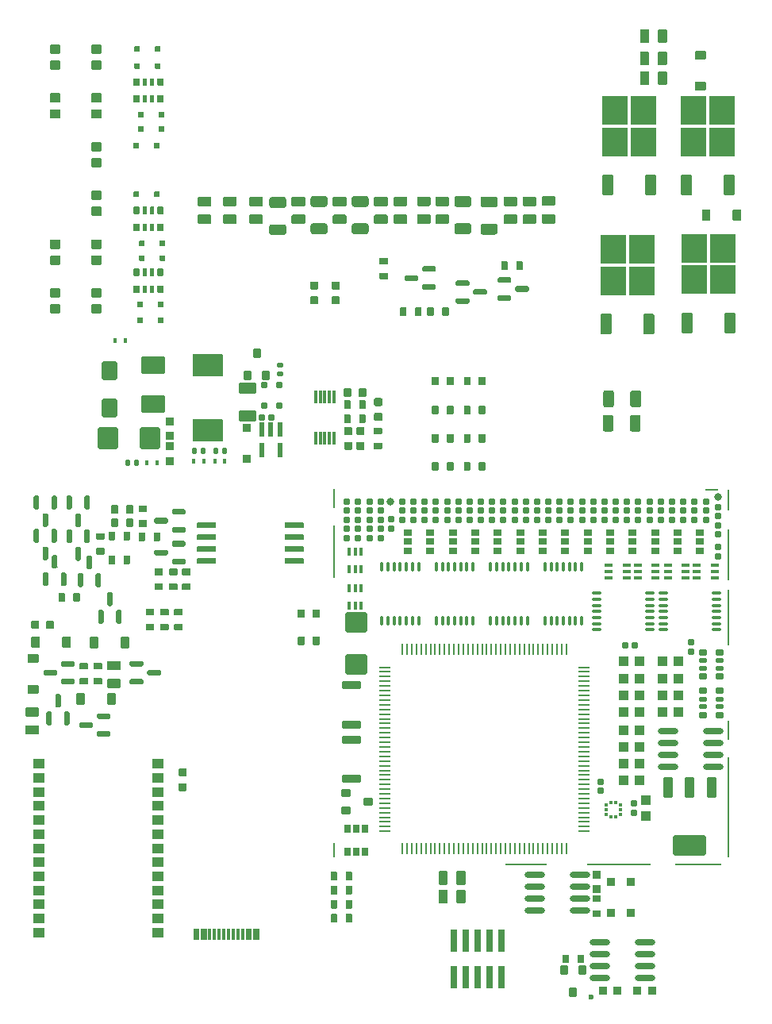
<source format=gtp>
G75*
G70*
%OFA0B0*%
%FSLAX25Y25*%
%IPPOS*%
%LPD*%
%AMOC8*
5,1,8,0,0,1.08239X$1,22.5*
%
%AMM133*
21,1,0.035430,0.030320,-0.000000,-0.000000,270.000000*
21,1,0.028350,0.037400,-0.000000,-0.000000,270.000000*
1,1,0.007090,-0.015160,-0.014170*
1,1,0.007090,-0.015160,0.014170*
1,1,0.007090,0.015160,0.014170*
1,1,0.007090,0.015160,-0.014170*
%
%AMM166*
21,1,0.074800,0.083460,0.000000,-0.000000,270.000000*
21,1,0.059840,0.098430,0.000000,-0.000000,270.000000*
1,1,0.014960,-0.041730,-0.029920*
1,1,0.014960,-0.041730,0.029920*
1,1,0.014960,0.041730,0.029920*
1,1,0.014960,0.041730,-0.029920*
%
%AMM167*
21,1,0.086610,0.073230,0.000000,-0.000000,180.000000*
21,1,0.069290,0.090550,0.000000,-0.000000,180.000000*
1,1,0.017320,-0.034650,0.036610*
1,1,0.017320,0.034650,0.036610*
1,1,0.017320,0.034650,-0.036610*
1,1,0.017320,-0.034650,-0.036610*
%
%AMM168*
21,1,0.078740,0.053540,0.000000,-0.000000,90.000000*
21,1,0.065350,0.066930,0.000000,-0.000000,90.000000*
1,1,0.013390,0.026770,0.032680*
1,1,0.013390,0.026770,-0.032680*
1,1,0.013390,-0.026770,-0.032680*
1,1,0.013390,-0.026770,0.032680*
%
%AMM169*
21,1,0.035430,0.030320,0.000000,-0.000000,0.000000*
21,1,0.028350,0.037400,0.000000,-0.000000,0.000000*
1,1,0.007090,0.014170,-0.015160*
1,1,0.007090,-0.014170,-0.015160*
1,1,0.007090,-0.014170,0.015160*
1,1,0.007090,0.014170,0.015160*
%
%AMM170*
21,1,0.021650,0.052760,0.000000,-0.000000,180.000000*
21,1,0.017320,0.057090,0.000000,-0.000000,180.000000*
1,1,0.004330,-0.008660,0.026380*
1,1,0.004330,0.008660,0.026380*
1,1,0.004330,0.008660,-0.026380*
1,1,0.004330,-0.008660,-0.026380*
%
%AMM171*
21,1,0.035830,0.026770,0.000000,-0.000000,270.000000*
21,1,0.029130,0.033470,0.000000,-0.000000,270.000000*
1,1,0.006690,-0.013390,-0.014570*
1,1,0.006690,-0.013390,0.014570*
1,1,0.006690,0.013390,0.014570*
1,1,0.006690,0.013390,-0.014570*
%
%AMM172*
21,1,0.094490,0.111020,0.000000,-0.000000,270.000000*
21,1,0.075590,0.129920,0.000000,-0.000000,270.000000*
1,1,0.018900,-0.055510,-0.037800*
1,1,0.018900,-0.055510,0.037800*
1,1,0.018900,0.055510,0.037800*
1,1,0.018900,0.055510,-0.037800*
%
%AMM173*
21,1,0.070870,0.036220,0.000000,-0.000000,0.000000*
21,1,0.061810,0.045280,0.000000,-0.000000,0.000000*
1,1,0.009060,0.030910,-0.018110*
1,1,0.009060,-0.030910,-0.018110*
1,1,0.009060,-0.030910,0.018110*
1,1,0.009060,0.030910,0.018110*
%
%AMM174*
21,1,0.033470,0.026770,0.000000,-0.000000,270.000000*
21,1,0.026770,0.033470,0.000000,-0.000000,270.000000*
1,1,0.006690,-0.013390,-0.013390*
1,1,0.006690,-0.013390,0.013390*
1,1,0.006690,0.013390,0.013390*
1,1,0.006690,0.013390,-0.013390*
%
%AMM175*
21,1,0.015750,0.016540,0.000000,-0.000000,180.000000*
21,1,0.012600,0.019680,0.000000,-0.000000,180.000000*
1,1,0.003150,-0.006300,0.008270*
1,1,0.003150,0.006300,0.008270*
1,1,0.003150,0.006300,-0.008270*
1,1,0.003150,-0.006300,-0.008270*
%
%AMM176*
21,1,0.023620,0.018900,0.000000,-0.000000,0.000000*
21,1,0.018900,0.023620,0.000000,-0.000000,0.000000*
1,1,0.004720,0.009450,-0.009450*
1,1,0.004720,-0.009450,-0.009450*
1,1,0.004720,-0.009450,0.009450*
1,1,0.004720,0.009450,0.009450*
%
%AMM177*
21,1,0.019680,0.019680,0.000000,-0.000000,270.000000*
21,1,0.015750,0.023620,0.000000,-0.000000,270.000000*
1,1,0.003940,-0.009840,-0.007870*
1,1,0.003940,-0.009840,0.007870*
1,1,0.003940,0.009840,0.007870*
1,1,0.003940,0.009840,-0.007870*
%
%AMM178*
21,1,0.019680,0.019680,0.000000,-0.000000,180.000000*
21,1,0.015750,0.023620,0.000000,-0.000000,180.000000*
1,1,0.003940,-0.007870,0.009840*
1,1,0.003940,0.007870,0.009840*
1,1,0.003940,0.007870,-0.009840*
1,1,0.003940,-0.007870,-0.009840*
%
%AMM254*
21,1,0.043310,0.075980,-0.000000,-0.000000,180.000000*
21,1,0.034650,0.084650,-0.000000,-0.000000,180.000000*
1,1,0.008660,-0.017320,0.037990*
1,1,0.008660,0.017320,0.037990*
1,1,0.008660,0.017320,-0.037990*
1,1,0.008660,-0.017320,-0.037990*
%
%AMM255*
21,1,0.043310,0.075990,-0.000000,-0.000000,180.000000*
21,1,0.034650,0.084650,-0.000000,-0.000000,180.000000*
1,1,0.008660,-0.017320,0.037990*
1,1,0.008660,0.017320,0.037990*
1,1,0.008660,0.017320,-0.037990*
1,1,0.008660,-0.017320,-0.037990*
%
%AMM256*
21,1,0.137800,0.067720,-0.000000,-0.000000,180.000000*
21,1,0.120870,0.084650,-0.000000,-0.000000,180.000000*
1,1,0.016930,-0.060430,0.033860*
1,1,0.016930,0.060430,0.033860*
1,1,0.016930,0.060430,-0.033860*
1,1,0.016930,-0.060430,-0.033860*
%
%AMM257*
21,1,0.039370,0.035430,-0.000000,-0.000000,180.000000*
21,1,0.031500,0.043310,-0.000000,-0.000000,180.000000*
1,1,0.007870,-0.015750,0.017720*
1,1,0.007870,0.015750,0.017720*
1,1,0.007870,0.015750,-0.017720*
1,1,0.007870,-0.015750,-0.017720*
%
%AMM258*
21,1,0.023620,0.030710,-0.000000,-0.000000,0.000000*
21,1,0.018900,0.035430,-0.000000,-0.000000,0.000000*
1,1,0.004720,0.009450,-0.015350*
1,1,0.004720,-0.009450,-0.015350*
1,1,0.004720,-0.009450,0.015350*
1,1,0.004720,0.009450,0.015350*
%
%AMM259*
21,1,0.027560,0.018900,-0.000000,-0.000000,0.000000*
21,1,0.022840,0.023620,-0.000000,-0.000000,0.000000*
1,1,0.004720,0.011420,-0.009450*
1,1,0.004720,-0.011420,-0.009450*
1,1,0.004720,-0.011420,0.009450*
1,1,0.004720,0.011420,0.009450*
%
%AMM260*
21,1,0.023620,0.030710,-0.000000,-0.000000,90.000000*
21,1,0.018900,0.035430,-0.000000,-0.000000,90.000000*
1,1,0.004720,0.015350,0.009450*
1,1,0.004720,0.015350,-0.009450*
1,1,0.004720,-0.015350,-0.009450*
1,1,0.004720,-0.015350,0.009450*
%
%AMM261*
21,1,0.086610,0.073230,-0.000000,-0.000000,270.000000*
21,1,0.069290,0.090550,-0.000000,-0.000000,270.000000*
1,1,0.017320,-0.036610,-0.034650*
1,1,0.017320,-0.036610,0.034650*
1,1,0.017320,0.036610,0.034650*
1,1,0.017320,0.036610,-0.034650*
%
%AMM262*
21,1,0.025590,0.026380,-0.000000,-0.000000,270.000000*
21,1,0.020470,0.031500,-0.000000,-0.000000,270.000000*
1,1,0.005120,-0.013190,-0.010240*
1,1,0.005120,-0.013190,0.010240*
1,1,0.005120,0.013190,0.010240*
1,1,0.005120,0.013190,-0.010240*
%
%AMM263*
21,1,0.017720,0.027950,-0.000000,-0.000000,270.000000*
21,1,0.014170,0.031500,-0.000000,-0.000000,270.000000*
1,1,0.003540,-0.013980,-0.007090*
1,1,0.003540,-0.013980,0.007090*
1,1,0.003540,0.013980,0.007090*
1,1,0.003540,0.013980,-0.007090*
%
%AMM264*
21,1,0.031500,0.072440,-0.000000,-0.000000,270.000000*
21,1,0.025200,0.078740,-0.000000,-0.000000,270.000000*
1,1,0.006300,-0.036220,-0.012600*
1,1,0.006300,-0.036220,0.012600*
1,1,0.006300,0.036220,0.012600*
1,1,0.006300,0.036220,-0.012600*
%
%AMM265*
21,1,0.012600,0.028980,-0.000000,-0.000000,270.000000*
21,1,0.010080,0.031500,-0.000000,-0.000000,270.000000*
1,1,0.002520,-0.014490,-0.005040*
1,1,0.002520,-0.014490,0.005040*
1,1,0.002520,0.014490,0.005040*
1,1,0.002520,0.014490,-0.005040*
%
%AMM266*
21,1,0.012600,0.028980,-0.000000,-0.000000,0.000000*
21,1,0.010080,0.031500,-0.000000,-0.000000,0.000000*
1,1,0.002520,0.005040,-0.014490*
1,1,0.002520,-0.005040,-0.014490*
1,1,0.002520,-0.005040,0.014490*
1,1,0.002520,0.005040,0.014490*
%
%AMM267*
21,1,0.039370,0.035430,-0.000000,-0.000000,90.000000*
21,1,0.031500,0.043310,-0.000000,-0.000000,90.000000*
1,1,0.007870,0.017720,0.015750*
1,1,0.007870,0.017720,-0.015750*
1,1,0.007870,-0.017720,-0.015750*
1,1,0.007870,-0.017720,0.015750*
%
%AMM268*
21,1,0.027560,0.018900,-0.000000,-0.000000,270.000000*
21,1,0.022840,0.023620,-0.000000,-0.000000,270.000000*
1,1,0.004720,-0.009450,-0.011420*
1,1,0.004720,-0.009450,0.011420*
1,1,0.004720,0.009450,0.011420*
1,1,0.004720,0.009450,-0.011420*
%
%AMM310*
21,1,0.027560,0.030710,0.000000,-0.000000,270.000000*
21,1,0.022050,0.036220,0.000000,-0.000000,270.000000*
1,1,0.005510,-0.015350,-0.011020*
1,1,0.005510,-0.015350,0.011020*
1,1,0.005510,0.015350,0.011020*
1,1,0.005510,0.015350,-0.011020*
%
%AMM68*
21,1,0.035430,0.030320,0.000000,0.000000,180.000000*
21,1,0.028350,0.037400,0.000000,0.000000,180.000000*
1,1,0.007090,-0.014170,0.015160*
1,1,0.007090,0.014170,0.015160*
1,1,0.007090,0.014170,-0.015160*
1,1,0.007090,-0.014170,-0.015160*
%
%AMM9*
21,1,0.033470,0.026770,0.000000,0.000000,0.000000*
21,1,0.026770,0.033470,0.000000,0.000000,0.000000*
1,1,0.006690,0.013390,-0.013390*
1,1,0.006690,-0.013390,-0.013390*
1,1,0.006690,-0.013390,0.013390*
1,1,0.006690,0.013390,0.013390*
%
%AMM91*
21,1,0.027560,0.030710,0.000000,0.000000,180.000000*
21,1,0.022050,0.036220,0.000000,0.000000,180.000000*
1,1,0.005510,-0.011020,0.015350*
1,1,0.005510,0.011020,0.015350*
1,1,0.005510,0.011020,-0.015350*
1,1,0.005510,-0.011020,-0.015350*
%
%ADD12R,0.01181X0.04528*%
%ADD139O,0.00866X0.05118*%
%ADD140O,0.05118X0.00866*%
%ADD152O,0.01181X0.04331*%
%ADD153O,0.04331X0.01181*%
%ADD155O,0.08661X0.02362*%
%ADD157R,0.01476X0.01378*%
%ADD158R,0.01378X0.01476*%
%ADD194M68*%
%ADD23C,0.02362*%
%ADD247M91*%
%ADD295M133*%
%ADD328M166*%
%ADD329M167*%
%ADD330M168*%
%ADD331M169*%
%ADD332M170*%
%ADD333M171*%
%ADD334M172*%
%ADD335M173*%
%ADD336M174*%
%ADD337M175*%
%ADD338M176*%
%ADD339M177*%
%ADD340M178*%
%ADD39R,0.05118X0.03937*%
%ADD436M254*%
%ADD437M255*%
%ADD438M256*%
%ADD439M257*%
%ADD440M258*%
%ADD441M259*%
%ADD442M260*%
%ADD443M261*%
%ADD444M262*%
%ADD445M263*%
%ADD446M264*%
%ADD447M265*%
%ADD448M266*%
%ADD449M267*%
%ADD450M268*%
%ADD46R,0.00787X0.09055*%
%ADD47R,0.00787X0.42126*%
%ADD48R,0.00787X0.08268*%
%ADD488R,0.01181X0.05512*%
%ADD49R,0.00787X0.23622*%
%ADD496M310*%
%ADD50R,0.00787X0.21260*%
%ADD51R,0.05512X0.00787*%
%ADD52R,0.19685X0.00787*%
%ADD53R,0.26772X0.00787*%
%ADD54R,0.17717X0.00787*%
%ADD55R,0.00787X0.06299*%
%ADD56R,0.00787X0.22441*%
%ADD57R,0.00787X0.07874*%
%ADD60R,0.02913X0.09449*%
%ADD73O,0.00000X0.00000*%
%ADD74R,0.10827X0.12008*%
%ADD83C,0.03150*%
%ADD96M9*%
X0000000Y0000000D02*
%LPD*%
G01*
G36*
G01*
X0198667Y0328156D02*
X0193746Y0328156D01*
G75*
G02*
X0193352Y0328550I0000000J0000394D01*
G01*
X0193352Y0331699D01*
G75*
G02*
X0193746Y0332093I0000394J0000000D01*
G01*
X0198667Y0332093D01*
G75*
G02*
X0199061Y0331699I0000000J-000394D01*
G01*
X0199061Y0328550D01*
G75*
G02*
X0198667Y0328156I-000394J0000000D01*
G01*
G37*
G36*
G01*
X0198667Y0335636D02*
X0193746Y0335636D01*
G75*
G02*
X0193352Y0336030I0000000J0000394D01*
G01*
X0193352Y0339180D01*
G75*
G02*
X0193746Y0339573I0000394J0000000D01*
G01*
X0198667Y0339573D01*
G75*
G02*
X0199061Y0339180I0000000J-000394D01*
G01*
X0199061Y0336030D01*
G75*
G02*
X0198667Y0335636I-000394J0000000D01*
G01*
G37*
G36*
G01*
X0068937Y0210039D02*
X0072008Y0210039D01*
G75*
G02*
X0072283Y0209764I0000000J-000276D01*
G01*
X0072283Y0207559D01*
G75*
G02*
X0072008Y0207283I-000276J0000000D01*
G01*
X0068937Y0207283D01*
G75*
G02*
X0068661Y0207559I0000000J0000276D01*
G01*
X0068661Y0209764D01*
G75*
G02*
X0068937Y0210039I0000276J0000000D01*
G01*
G37*
G36*
G01*
X0068937Y0203740D02*
X0072008Y0203740D01*
G75*
G02*
X0072283Y0203465I0000000J-000276D01*
G01*
X0072283Y0201260D01*
G75*
G02*
X0072008Y0200984I-000276J0000000D01*
G01*
X0068937Y0200984D01*
G75*
G02*
X0068661Y0201260I0000000J0000276D01*
G01*
X0068661Y0203465D01*
G75*
G02*
X0068937Y0203740I0000276J0000000D01*
G01*
G37*
G36*
G01*
X0066535Y0299469D02*
X0066535Y0302106D01*
G75*
G02*
X0066791Y0302362I0000256J0000000D01*
G01*
X0068839Y0302362D01*
G75*
G02*
X0069094Y0302106I0000000J-000256D01*
G01*
X0069094Y0299469D01*
G75*
G02*
X0068839Y0299213I-000256J0000000D01*
G01*
X0066791Y0299213D01*
G75*
G02*
X0066535Y0299469I0000000J0000256D01*
G01*
G37*
G36*
G01*
X0070374Y0299390D02*
X0070374Y0302185D01*
G75*
G02*
X0070551Y0302362I0000177J0000000D01*
G01*
X0071969Y0302362D01*
G75*
G02*
X0072146Y0302185I0000000J-000177D01*
G01*
X0072146Y0299390D01*
G75*
G02*
X0071969Y0299213I-000177J0000000D01*
G01*
X0070551Y0299213D01*
G75*
G02*
X0070374Y0299390I0000000J0000177D01*
G01*
G37*
G36*
G01*
X0073524Y0299390D02*
X0073524Y0302185D01*
G75*
G02*
X0073701Y0302362I0000177J0000000D01*
G01*
X0075118Y0302362D01*
G75*
G02*
X0075295Y0302185I0000000J-000177D01*
G01*
X0075295Y0299390D01*
G75*
G02*
X0075118Y0299213I-000177J0000000D01*
G01*
X0073701Y0299213D01*
G75*
G02*
X0073524Y0299390I0000000J0000177D01*
G01*
G37*
G36*
G01*
X0076575Y0299469D02*
X0076575Y0302106D01*
G75*
G02*
X0076831Y0302362I0000256J0000000D01*
G01*
X0078878Y0302362D01*
G75*
G02*
X0079134Y0302106I0000000J-000256D01*
G01*
X0079134Y0299469D01*
G75*
G02*
X0078878Y0299213I-000256J0000000D01*
G01*
X0076831Y0299213D01*
G75*
G02*
X0076575Y0299469I0000000J0000256D01*
G01*
G37*
G36*
G01*
X0076575Y0306555D02*
X0076575Y0309193D01*
G75*
G02*
X0076831Y0309449I0000256J0000000D01*
G01*
X0078878Y0309449D01*
G75*
G02*
X0079134Y0309193I0000000J-000256D01*
G01*
X0079134Y0306555D01*
G75*
G02*
X0078878Y0306299I-000256J0000000D01*
G01*
X0076831Y0306299D01*
G75*
G02*
X0076575Y0306555I0000000J0000256D01*
G01*
G37*
G36*
G01*
X0073524Y0306476D02*
X0073524Y0309272D01*
G75*
G02*
X0073701Y0309449I0000177J0000000D01*
G01*
X0075118Y0309449D01*
G75*
G02*
X0075295Y0309272I0000000J-000177D01*
G01*
X0075295Y0306476D01*
G75*
G02*
X0075118Y0306299I-000177J0000000D01*
G01*
X0073701Y0306299D01*
G75*
G02*
X0073524Y0306476I0000000J0000177D01*
G01*
G37*
G36*
G01*
X0070374Y0306476D02*
X0070374Y0309272D01*
G75*
G02*
X0070551Y0309449I0000177J0000000D01*
G01*
X0071969Y0309449D01*
G75*
G02*
X0072146Y0309272I0000000J-000177D01*
G01*
X0072146Y0306476D01*
G75*
G02*
X0071969Y0306299I-000177J0000000D01*
G01*
X0070551Y0306299D01*
G75*
G02*
X0070374Y0306476I0000000J0000177D01*
G01*
G37*
G36*
G01*
X0066535Y0306555D02*
X0066535Y0309193D01*
G75*
G02*
X0066791Y0309449I0000256J0000000D01*
G01*
X0068839Y0309449D01*
G75*
G02*
X0069094Y0309193I0000000J-000256D01*
G01*
X0069094Y0306555D01*
G75*
G02*
X0068839Y0306299I-000256J0000000D01*
G01*
X0066791Y0306299D01*
G75*
G02*
X0066535Y0306555I0000000J0000256D01*
G01*
G37*
G36*
G01*
X0199016Y0292874D02*
X0199016Y0289803D01*
G75*
G02*
X0198740Y0289528I-000276J0000000D01*
G01*
X0196535Y0289528D01*
G75*
G02*
X0196260Y0289803I0000000J0000276D01*
G01*
X0196260Y0292874D01*
G75*
G02*
X0196535Y0293150I0000276J0000000D01*
G01*
X0198740Y0293150D01*
G75*
G02*
X0199016Y0292874I0000000J-000276D01*
G01*
G37*
G36*
G01*
X0192717Y0292874D02*
X0192717Y0289803D01*
G75*
G02*
X0192441Y0289528I-000276J0000000D01*
G01*
X0190236Y0289528D01*
G75*
G02*
X0189961Y0289803I0000000J0000276D01*
G01*
X0189961Y0292874D01*
G75*
G02*
X0190236Y0293150I0000276J0000000D01*
G01*
X0192441Y0293150D01*
G75*
G02*
X0192717Y0292874I0000000J-000276D01*
G01*
G37*
G36*
G01*
X0205315Y0260669D02*
X0205315Y0263740D01*
G75*
G02*
X0205591Y0264016I0000276J0000000D01*
G01*
X0207795Y0264016D01*
G75*
G02*
X0208071Y0263740I0000000J-000276D01*
G01*
X0208071Y0260669D01*
G75*
G02*
X0207795Y0260394I-000276J0000000D01*
G01*
X0205591Y0260394D01*
G75*
G02*
X0205315Y0260669I0000000J0000276D01*
G01*
G37*
G36*
G01*
X0211614Y0260669D02*
X0211614Y0263740D01*
G75*
G02*
X0211890Y0264016I0000276J0000000D01*
G01*
X0214094Y0264016D01*
G75*
G02*
X0214370Y0263740I0000000J-000276D01*
G01*
X0214370Y0260669D01*
G75*
G02*
X0214094Y0260394I-000276J0000000D01*
G01*
X0211890Y0260394D01*
G75*
G02*
X0211614Y0260669I0000000J0000276D01*
G01*
G37*
G36*
G01*
X0088583Y0090020D02*
X0085906Y0090020D01*
G75*
G02*
X0085571Y0090354I0000000J0000335D01*
G01*
X0085571Y0093031D01*
G75*
G02*
X0085906Y0093366I0000335J0000000D01*
G01*
X0088583Y0093366D01*
G75*
G02*
X0088917Y0093031I0000000J-000335D01*
G01*
X0088917Y0090354D01*
G75*
G02*
X0088583Y0090020I-000335J0000000D01*
G01*
G37*
G36*
G01*
X0088583Y0096240D02*
X0085906Y0096240D01*
G75*
G02*
X0085571Y0096575I0000000J0000335D01*
G01*
X0085571Y0099252D01*
G75*
G02*
X0085906Y0099587I0000335J0000000D01*
G01*
X0088583Y0099587D01*
G75*
G02*
X0088917Y0099252I0000000J-000335D01*
G01*
X0088917Y0096575D01*
G75*
G02*
X0088583Y0096240I-000335J0000000D01*
G01*
G37*
G36*
G01*
X0190975Y0328240D02*
X0186053Y0328240D01*
G75*
G02*
X0185660Y0328634I0000000J0000394D01*
G01*
X0185660Y0331784D01*
G75*
G02*
X0186053Y0332177I0000394J0000000D01*
G01*
X0190975Y0332177D01*
G75*
G02*
X0191368Y0331784I0000000J-000394D01*
G01*
X0191368Y0328634D01*
G75*
G02*
X0190975Y0328240I-000394J0000000D01*
G01*
G37*
G36*
G01*
X0190975Y0335721D02*
X0186053Y0335721D01*
G75*
G02*
X0185660Y0336114I0000000J0000394D01*
G01*
X0185660Y0339264D01*
G75*
G02*
X0186053Y0339658I0000394J0000000D01*
G01*
X0190975Y0339658D01*
G75*
G02*
X0191368Y0339264I0000000J-000394D01*
G01*
X0191368Y0336114D01*
G75*
G02*
X0190975Y0335721I-000394J0000000D01*
G01*
G37*
G36*
G01*
X0267303Y0240945D02*
X0264587Y0240945D01*
G75*
G02*
X0263681Y0241850I0000000J0000906D01*
G01*
X0263681Y0247126D01*
G75*
G02*
X0264587Y0248031I0000906J0000000D01*
G01*
X0267303Y0248031D01*
G75*
G02*
X0268209Y0247126I0000000J-000906D01*
G01*
X0268209Y0241850D01*
G75*
G02*
X0267303Y0240945I-000906J0000000D01*
G01*
G37*
G36*
G01*
X0278721Y0240945D02*
X0276004Y0240945D01*
G75*
G02*
X0275098Y0241850I0000000J0000906D01*
G01*
X0275098Y0247126D01*
G75*
G02*
X0276004Y0248031I0000906J0000000D01*
G01*
X0278721Y0248031D01*
G75*
G02*
X0279626Y0247126I0000000J-000906D01*
G01*
X0279626Y0241850D01*
G75*
G02*
X0278721Y0240945I-000906J0000000D01*
G01*
G37*
G36*
G01*
X0056949Y0114606D02*
X0056949Y0113425D01*
G75*
G02*
X0056358Y0112835I-000591J0000000D01*
G01*
X0051732Y0112835D01*
G75*
G02*
X0051142Y0113425I0000000J0000591D01*
G01*
X0051142Y0114606D01*
G75*
G02*
X0051732Y0115197I0000591J0000000D01*
G01*
X0056358Y0115197D01*
G75*
G02*
X0056949Y0114606I0000000J-000591D01*
G01*
G37*
G36*
G01*
X0049567Y0118346D02*
X0049567Y0117165D01*
G75*
G02*
X0048976Y0116575I-000591J0000000D01*
G01*
X0044350Y0116575D01*
G75*
G02*
X0043760Y0117165I0000000J0000591D01*
G01*
X0043760Y0118346D01*
G75*
G02*
X0044350Y0118937I0000591J0000000D01*
G01*
X0048976Y0118937D01*
G75*
G02*
X0049567Y0118346I0000000J-000591D01*
G01*
G37*
G36*
G01*
X0056949Y0122087D02*
X0056949Y0120906D01*
G75*
G02*
X0056358Y0120315I-000591J0000000D01*
G01*
X0051732Y0120315D01*
G75*
G02*
X0051142Y0120906I0000000J0000591D01*
G01*
X0051142Y0122087D01*
G75*
G02*
X0051732Y0122677I0000591J0000000D01*
G01*
X0056358Y0122677D01*
G75*
G02*
X0056949Y0122087I0000000J-000591D01*
G01*
G37*
G36*
G01*
X0140945Y0336240D02*
X0140945Y0338957D01*
G75*
G02*
X0141850Y0339862I0000906J0000000D01*
G01*
X0147126Y0339862D01*
G75*
G02*
X0148031Y0338957I0000000J-000906D01*
G01*
X0148031Y0336240D01*
G75*
G02*
X0147126Y0335335I-000906J0000000D01*
G01*
X0141850Y0335335D01*
G75*
G02*
X0140945Y0336240I0000000J0000906D01*
G01*
G37*
G36*
G01*
X0140945Y0324823D02*
X0140945Y0327539D01*
G75*
G02*
X0141850Y0328445I0000906J0000000D01*
G01*
X0147126Y0328445D01*
G75*
G02*
X0148031Y0327539I0000000J-000906D01*
G01*
X0148031Y0324823D01*
G75*
G02*
X0147126Y0323917I-000906J0000000D01*
G01*
X0141850Y0323917D01*
G75*
G02*
X0140945Y0324823I0000000J0000906D01*
G01*
G37*
G36*
G01*
X0193602Y0302362D02*
X0193602Y0301181D01*
G75*
G02*
X0193012Y0300591I-000591J0000000D01*
G01*
X0188386Y0300591D01*
G75*
G02*
X0187795Y0301181I0000000J0000591D01*
G01*
X0187795Y0302362D01*
G75*
G02*
X0188386Y0302953I0000591J0000000D01*
G01*
X0193012Y0302953D01*
G75*
G02*
X0193602Y0302362I0000000J-000591D01*
G01*
G37*
G36*
G01*
X0186220Y0306102D02*
X0186220Y0304921D01*
G75*
G02*
X0185630Y0304331I-000591J0000000D01*
G01*
X0181004Y0304331D01*
G75*
G02*
X0180413Y0304921I0000000J0000591D01*
G01*
X0180413Y0306102D01*
G75*
G02*
X0181004Y0306693I0000591J0000000D01*
G01*
X0185630Y0306693D01*
G75*
G02*
X0186220Y0306102I0000000J-000591D01*
G01*
G37*
G36*
G01*
X0193602Y0309843D02*
X0193602Y0308661D01*
G75*
G02*
X0193012Y0308071I-000591J0000000D01*
G01*
X0188386Y0308071D01*
G75*
G02*
X0187795Y0308661I0000000J0000591D01*
G01*
X0187795Y0309843D01*
G75*
G02*
X0188386Y0310433I0000591J0000000D01*
G01*
X0193012Y0310433D01*
G75*
G02*
X0193602Y0309843I0000000J-000591D01*
G01*
G37*
G36*
G01*
X0069140Y0314961D02*
X0071030Y0314961D01*
G75*
G02*
X0071266Y0314724I0000000J-000236D01*
G01*
X0071266Y0312835D01*
G75*
G02*
X0071030Y0312598I-000236J0000000D01*
G01*
X0069140Y0312598D01*
G75*
G02*
X0068904Y0312835I0000000J0000236D01*
G01*
X0068904Y0314724D01*
G75*
G02*
X0069140Y0314961I0000236J0000000D01*
G01*
G37*
G36*
G01*
X0077801Y0314961D02*
X0079691Y0314961D01*
G75*
G02*
X0079927Y0314724I0000000J-000236D01*
G01*
X0079927Y0312835D01*
G75*
G02*
X0079691Y0312598I-000236J0000000D01*
G01*
X0077801Y0312598D01*
G75*
G02*
X0077565Y0312835I0000000J0000236D01*
G01*
X0077565Y0314724D01*
G75*
G02*
X0077801Y0314961I0000236J0000000D01*
G01*
G37*
G36*
G01*
X0052756Y0331496D02*
X0049213Y0331496D01*
G75*
G02*
X0048819Y0331890I0000000J0000394D01*
G01*
X0048819Y0335039D01*
G75*
G02*
X0049213Y0335433I0000394J0000000D01*
G01*
X0052756Y0335433D01*
G75*
G02*
X0053150Y0335039I0000000J-000394D01*
G01*
X0053150Y0331890D01*
G75*
G02*
X0052756Y0331496I-000394J0000000D01*
G01*
G37*
G36*
G01*
X0052756Y0338189D02*
X0049213Y0338189D01*
G75*
G02*
X0048819Y0338583I0000000J0000394D01*
G01*
X0048819Y0341732D01*
G75*
G02*
X0049213Y0342126I0000394J0000000D01*
G01*
X0052756Y0342126D01*
G75*
G02*
X0053150Y0341732I0000000J-000394D01*
G01*
X0053150Y0338583D01*
G75*
G02*
X0052756Y0338189I-000394J0000000D01*
G01*
G37*
G36*
G01*
X0149409Y0052795D02*
X0149409Y0055866D01*
G75*
G02*
X0149685Y0056142I0000276J0000000D01*
G01*
X0151890Y0056142D01*
G75*
G02*
X0152165Y0055866I0000000J-000276D01*
G01*
X0152165Y0052795D01*
G75*
G02*
X0151890Y0052520I-000276J0000000D01*
G01*
X0149685Y0052520D01*
G75*
G02*
X0149409Y0052795I0000000J0000276D01*
G01*
G37*
G36*
G01*
X0155709Y0052795D02*
X0155709Y0055866D01*
G75*
G02*
X0155984Y0056142I0000276J0000000D01*
G01*
X0158189Y0056142D01*
G75*
G02*
X0158465Y0055866I0000000J-000276D01*
G01*
X0158465Y0052795D01*
G75*
G02*
X0158189Y0052520I-000276J0000000D01*
G01*
X0155984Y0052520D01*
G75*
G02*
X0155709Y0052795I0000000J0000276D01*
G01*
G37*
G36*
G01*
X0067159Y0402805D02*
X0069049Y0402805D01*
G75*
G02*
X0069285Y0402569I0000000J-000236D01*
G01*
X0069285Y0400679D01*
G75*
G02*
X0069049Y0400443I-000236J0000000D01*
G01*
X0067159Y0400443D01*
G75*
G02*
X0066923Y0400679I0000000J0000236D01*
G01*
X0066923Y0402569D01*
G75*
G02*
X0067159Y0402805I0000236J0000000D01*
G01*
G37*
G36*
G01*
X0075821Y0402805D02*
X0077711Y0402805D01*
G75*
G02*
X0077947Y0402569I0000000J-000236D01*
G01*
X0077947Y0400679D01*
G75*
G02*
X0077711Y0400443I-000236J0000000D01*
G01*
X0075821Y0400443D01*
G75*
G02*
X0075585Y0400679I0000000J0000236D01*
G01*
X0075585Y0402569D01*
G75*
G02*
X0075821Y0402805I0000236J0000000D01*
G01*
G37*
D12*
X0092323Y0029862D03*
X0095472Y0029862D03*
X0100591Y0029862D03*
X0104528Y0029862D03*
X0106496Y0029862D03*
X0110433Y0029862D03*
X0115551Y0029862D03*
X0118701Y0029862D03*
X0117520Y0029862D03*
X0114370Y0029862D03*
X0112402Y0029862D03*
X0108465Y0029862D03*
X0102559Y0029862D03*
X0098622Y0029862D03*
X0096654Y0029862D03*
X0093504Y0029862D03*
G36*
G01*
X0041880Y0136614D02*
X0041880Y0135433D01*
G75*
G02*
X0041289Y0134843I-000591J0000000D01*
G01*
X0036663Y0134843D01*
G75*
G02*
X0036073Y0135433I0000000J0000591D01*
G01*
X0036073Y0136614D01*
G75*
G02*
X0036663Y0137205I0000591J0000000D01*
G01*
X0041289Y0137205D01*
G75*
G02*
X0041880Y0136614I0000000J-000591D01*
G01*
G37*
G36*
G01*
X0034498Y0140354D02*
X0034498Y0139173D01*
G75*
G02*
X0033907Y0138583I-000591J0000000D01*
G01*
X0029281Y0138583D01*
G75*
G02*
X0028691Y0139173I0000000J0000591D01*
G01*
X0028691Y0140354D01*
G75*
G02*
X0029281Y0140945I0000591J0000000D01*
G01*
X0033907Y0140945D01*
G75*
G02*
X0034498Y0140354I0000000J-000591D01*
G01*
G37*
G36*
G01*
X0041880Y0144094D02*
X0041880Y0142913D01*
G75*
G02*
X0041289Y0142323I-000591J0000000D01*
G01*
X0036663Y0142323D01*
G75*
G02*
X0036073Y0142913I0000000J0000591D01*
G01*
X0036073Y0144094D01*
G75*
G02*
X0036663Y0144685I0000591J0000000D01*
G01*
X0041289Y0144685D01*
G75*
G02*
X0041880Y0144094I0000000J-000591D01*
G01*
G37*
G36*
G01*
X0052756Y0311024D02*
X0049213Y0311024D01*
G75*
G02*
X0048819Y0311417I0000000J0000394D01*
G01*
X0048819Y0314567D01*
G75*
G02*
X0049213Y0314961I0000394J0000000D01*
G01*
X0052756Y0314961D01*
G75*
G02*
X0053150Y0314567I0000000J-000394D01*
G01*
X0053150Y0311417D01*
G75*
G02*
X0052756Y0311024I-000394J0000000D01*
G01*
G37*
G36*
G01*
X0052756Y0317717D02*
X0049213Y0317717D01*
G75*
G02*
X0048819Y0318110I0000000J0000394D01*
G01*
X0048819Y0321260D01*
G75*
G02*
X0049213Y0321654I0000394J0000000D01*
G01*
X0052756Y0321654D01*
G75*
G02*
X0053150Y0321260I0000000J-000394D01*
G01*
X0053150Y0318110D01*
G75*
G02*
X0052756Y0317717I-000394J0000000D01*
G01*
G37*
G36*
G01*
X0067165Y0395669D02*
X0069055Y0395669D01*
G75*
G02*
X0069291Y0395433I0000000J-000236D01*
G01*
X0069291Y0393543D01*
G75*
G02*
X0069055Y0393307I-000236J0000000D01*
G01*
X0067165Y0393307D01*
G75*
G02*
X0066929Y0393543I0000000J0000236D01*
G01*
X0066929Y0395433D01*
G75*
G02*
X0067165Y0395669I0000236J0000000D01*
G01*
G37*
G36*
G01*
X0075827Y0395669D02*
X0077717Y0395669D01*
G75*
G02*
X0077953Y0395433I0000000J-000236D01*
G01*
X0077953Y0393543D01*
G75*
G02*
X0077717Y0393307I-000236J0000000D01*
G01*
X0075827Y0393307D01*
G75*
G02*
X0075591Y0393543I0000000J0000236D01*
G01*
X0075591Y0395433D01*
G75*
G02*
X0075827Y0395669I0000236J0000000D01*
G01*
G37*
G36*
G01*
X0230118Y0312165D02*
X0230118Y0309094D01*
G75*
G02*
X0229843Y0308819I-000276J0000000D01*
G01*
X0227638Y0308819D01*
G75*
G02*
X0227362Y0309094I0000000J0000276D01*
G01*
X0227362Y0312165D01*
G75*
G02*
X0227638Y0312441I0000276J0000000D01*
G01*
X0229843Y0312441D01*
G75*
G02*
X0230118Y0312165I0000000J-000276D01*
G01*
G37*
G36*
G01*
X0223819Y0312165D02*
X0223819Y0309094D01*
G75*
G02*
X0223543Y0308819I-000276J0000000D01*
G01*
X0221339Y0308819D01*
G75*
G02*
X0221063Y0309094I0000000J0000276D01*
G01*
X0221063Y0312165D01*
G75*
G02*
X0221339Y0312441I0000276J0000000D01*
G01*
X0223543Y0312441D01*
G75*
G02*
X0223819Y0312165I0000000J-000276D01*
G01*
G37*
G36*
G01*
X0052756Y0372441D02*
X0049213Y0372441D01*
G75*
G02*
X0048819Y0372835I0000000J0000394D01*
G01*
X0048819Y0375984D01*
G75*
G02*
X0049213Y0376378I0000394J0000000D01*
G01*
X0052756Y0376378D01*
G75*
G02*
X0053150Y0375984I0000000J-000394D01*
G01*
X0053150Y0372835D01*
G75*
G02*
X0052756Y0372441I-000394J0000000D01*
G01*
G37*
G36*
G01*
X0052756Y0379134D02*
X0049213Y0379134D01*
G75*
G02*
X0048819Y0379528I0000000J0000394D01*
G01*
X0048819Y0382677D01*
G75*
G02*
X0049213Y0383071I0000394J0000000D01*
G01*
X0052756Y0383071D01*
G75*
G02*
X0053150Y0382677I0000000J-000394D01*
G01*
X0053150Y0379528D01*
G75*
G02*
X0052756Y0379134I-000394J0000000D01*
G01*
G37*
G36*
G01*
X0098917Y0328150D02*
X0093996Y0328150D01*
G75*
G02*
X0093602Y0328543I0000000J0000394D01*
G01*
X0093602Y0331693D01*
G75*
G02*
X0093996Y0332087I0000394J0000000D01*
G01*
X0098917Y0332087D01*
G75*
G02*
X0099311Y0331693I0000000J-000394D01*
G01*
X0099311Y0328543D01*
G75*
G02*
X0098917Y0328150I-000394J0000000D01*
G01*
G37*
G36*
G01*
X0098917Y0335630D02*
X0093996Y0335630D01*
G75*
G02*
X0093602Y0336024I0000000J0000394D01*
G01*
X0093602Y0339173D01*
G75*
G02*
X0093996Y0339567I0000394J0000000D01*
G01*
X0098917Y0339567D01*
G75*
G02*
X0099311Y0339173I0000000J-000394D01*
G01*
X0099311Y0336024D01*
G75*
G02*
X0098917Y0335630I-000394J0000000D01*
G01*
G37*
G36*
G01*
X0290748Y0409547D02*
X0290748Y0404626D01*
G75*
G02*
X0290354Y0404232I-000394J0000000D01*
G01*
X0287205Y0404232D01*
G75*
G02*
X0286811Y0404626I0000000J0000394D01*
G01*
X0286811Y0409547D01*
G75*
G02*
X0287205Y0409941I0000394J0000000D01*
G01*
X0290354Y0409941D01*
G75*
G02*
X0290748Y0409547I0000000J-000394D01*
G01*
G37*
G36*
G01*
X0283268Y0409547D02*
X0283268Y0404626D01*
G75*
G02*
X0282874Y0404232I-000394J0000000D01*
G01*
X0279724Y0404232D01*
G75*
G02*
X0279331Y0404626I0000000J0000394D01*
G01*
X0279331Y0409547D01*
G75*
G02*
X0279724Y0409941I0000394J0000000D01*
G01*
X0282874Y0409941D01*
G75*
G02*
X0283268Y0409547I0000000J-000394D01*
G01*
G37*
G36*
G01*
X0205315Y0248465D02*
X0205315Y0251535D01*
G75*
G02*
X0205591Y0251811I0000276J0000000D01*
G01*
X0207795Y0251811D01*
G75*
G02*
X0208071Y0251535I0000000J-000276D01*
G01*
X0208071Y0248465D01*
G75*
G02*
X0207795Y0248189I-000276J0000000D01*
G01*
X0205591Y0248189D01*
G75*
G02*
X0205315Y0248465I0000000J0000276D01*
G01*
G37*
G36*
G01*
X0211614Y0248465D02*
X0211614Y0251535D01*
G75*
G02*
X0211890Y0251811I0000276J0000000D01*
G01*
X0214094Y0251811D01*
G75*
G02*
X0214370Y0251535I0000000J-000276D01*
G01*
X0214370Y0248465D01*
G75*
G02*
X0214094Y0248189I-000276J0000000D01*
G01*
X0211890Y0248189D01*
G75*
G02*
X0211614Y0248465I0000000J0000276D01*
G01*
G37*
G36*
G01*
X0075630Y0183465D02*
X0078701Y0183465D01*
G75*
G02*
X0078976Y0183189I0000000J-000276D01*
G01*
X0078976Y0180984D01*
G75*
G02*
X0078701Y0180709I-000276J0000000D01*
G01*
X0075630Y0180709D01*
G75*
G02*
X0075354Y0180984I0000000J0000276D01*
G01*
X0075354Y0183189D01*
G75*
G02*
X0075630Y0183465I0000276J0000000D01*
G01*
G37*
G36*
G01*
X0075630Y0177165D02*
X0078701Y0177165D01*
G75*
G02*
X0078976Y0176890I0000000J-000276D01*
G01*
X0078976Y0174685D01*
G75*
G02*
X0078701Y0174409I-000276J0000000D01*
G01*
X0075630Y0174409D01*
G75*
G02*
X0075354Y0174685I0000000J0000276D01*
G01*
X0075354Y0176890D01*
G75*
G02*
X0075630Y0177165I0000276J0000000D01*
G01*
G37*
G36*
G01*
X0032677Y0214075D02*
X0033858Y0214075D01*
G75*
G02*
X0034449Y0213484I0000000J-000591D01*
G01*
X0034449Y0208858D01*
G75*
G02*
X0033858Y0208268I-000591J0000000D01*
G01*
X0032677Y0208268D01*
G75*
G02*
X0032087Y0208858I0000000J0000591D01*
G01*
X0032087Y0213484D01*
G75*
G02*
X0032677Y0214075I0000591J0000000D01*
G01*
G37*
G36*
G01*
X0028937Y0206693D02*
X0030118Y0206693D01*
G75*
G02*
X0030709Y0206102I0000000J-000591D01*
G01*
X0030709Y0201476D01*
G75*
G02*
X0030118Y0200886I-000591J0000000D01*
G01*
X0028937Y0200886D01*
G75*
G02*
X0028346Y0201476I0000000J0000591D01*
G01*
X0028346Y0206102D01*
G75*
G02*
X0028937Y0206693I0000591J0000000D01*
G01*
G37*
G36*
G01*
X0025197Y0214075D02*
X0026378Y0214075D01*
G75*
G02*
X0026969Y0213484I0000000J-000591D01*
G01*
X0026969Y0208858D01*
G75*
G02*
X0026378Y0208268I-000591J0000000D01*
G01*
X0025197Y0208268D01*
G75*
G02*
X0024606Y0208858I0000000J0000591D01*
G01*
X0024606Y0213484D01*
G75*
G02*
X0025197Y0214075I0000591J0000000D01*
G01*
G37*
G36*
G01*
X0057283Y0201220D02*
X0057283Y0204291D01*
G75*
G02*
X0057559Y0204567I0000276J0000000D01*
G01*
X0059764Y0204567D01*
G75*
G02*
X0060039Y0204291I0000000J-000276D01*
G01*
X0060039Y0201220D01*
G75*
G02*
X0059764Y0200945I-000276J0000000D01*
G01*
X0057559Y0200945D01*
G75*
G02*
X0057283Y0201220I0000000J0000276D01*
G01*
G37*
G36*
G01*
X0063583Y0201220D02*
X0063583Y0204291D01*
G75*
G02*
X0063858Y0204567I0000276J0000000D01*
G01*
X0066063Y0204567D01*
G75*
G02*
X0066339Y0204291I0000000J-000276D01*
G01*
X0066339Y0201220D01*
G75*
G02*
X0066063Y0200945I-000276J0000000D01*
G01*
X0063858Y0200945D01*
G75*
G02*
X0063583Y0201220I0000000J0000276D01*
G01*
G37*
G36*
G01*
X0046457Y0214075D02*
X0047638Y0214075D01*
G75*
G02*
X0048228Y0213484I0000000J-000591D01*
G01*
X0048228Y0208858D01*
G75*
G02*
X0047638Y0208268I-000591J0000000D01*
G01*
X0046457Y0208268D01*
G75*
G02*
X0045866Y0208858I0000000J0000591D01*
G01*
X0045866Y0213484D01*
G75*
G02*
X0046457Y0214075I0000591J0000000D01*
G01*
G37*
G36*
G01*
X0042717Y0206693D02*
X0043898Y0206693D01*
G75*
G02*
X0044488Y0206102I0000000J-000591D01*
G01*
X0044488Y0201476D01*
G75*
G02*
X0043898Y0200886I-000591J0000000D01*
G01*
X0042717Y0200886D01*
G75*
G02*
X0042126Y0201476I0000000J0000591D01*
G01*
X0042126Y0206102D01*
G75*
G02*
X0042717Y0206693I0000591J0000000D01*
G01*
G37*
G36*
G01*
X0038976Y0214075D02*
X0040157Y0214075D01*
G75*
G02*
X0040748Y0213484I0000000J-000591D01*
G01*
X0040748Y0208858D01*
G75*
G02*
X0040157Y0208268I-000591J0000000D01*
G01*
X0038976Y0208268D01*
G75*
G02*
X0038386Y0208858I0000000J0000591D01*
G01*
X0038386Y0213484D01*
G75*
G02*
X0038976Y0214075I0000591J0000000D01*
G01*
G37*
G36*
G01*
X0155610Y0328150D02*
X0150689Y0328150D01*
G75*
G02*
X0150295Y0328543I0000000J0000394D01*
G01*
X0150295Y0331693D01*
G75*
G02*
X0150689Y0332087I0000394J0000000D01*
G01*
X0155610Y0332087D01*
G75*
G02*
X0156004Y0331693I0000000J-000394D01*
G01*
X0156004Y0328543D01*
G75*
G02*
X0155610Y0328150I-000394J0000000D01*
G01*
G37*
G36*
G01*
X0155610Y0335630D02*
X0150689Y0335630D01*
G75*
G02*
X0150295Y0336024I0000000J0000394D01*
G01*
X0150295Y0339173D01*
G75*
G02*
X0150689Y0339567I0000394J0000000D01*
G01*
X0155610Y0339567D01*
G75*
G02*
X0156004Y0339173I0000000J-000394D01*
G01*
X0156004Y0336024D01*
G75*
G02*
X0155610Y0335630I-000394J0000000D01*
G01*
G37*
G36*
G01*
X0033130Y0161181D02*
X0033130Y0158504D01*
G75*
G02*
X0032795Y0158169I-000335J0000000D01*
G01*
X0030118Y0158169D01*
G75*
G02*
X0029783Y0158504I0000000J0000335D01*
G01*
X0029783Y0161181D01*
G75*
G02*
X0030118Y0161516I0000335J0000000D01*
G01*
X0032795Y0161516D01*
G75*
G02*
X0033130Y0161181I0000000J-000335D01*
G01*
G37*
G36*
G01*
X0026909Y0161181D02*
X0026909Y0158504D01*
G75*
G02*
X0026575Y0158169I-000335J0000000D01*
G01*
X0023898Y0158169D01*
G75*
G02*
X0023563Y0158504I0000000J0000335D01*
G01*
X0023563Y0161181D01*
G75*
G02*
X0023898Y0161516I0000335J0000000D01*
G01*
X0026575Y0161516D01*
G75*
G02*
X0026909Y0161181I0000000J-000335D01*
G01*
G37*
G36*
G01*
X0173189Y0304921D02*
X0170118Y0304921D01*
G75*
G02*
X0169843Y0305197I0000000J0000276D01*
G01*
X0169843Y0307402D01*
G75*
G02*
X0170118Y0307677I0000276J0000000D01*
G01*
X0173189Y0307677D01*
G75*
G02*
X0173465Y0307402I0000000J-000276D01*
G01*
X0173465Y0305197D01*
G75*
G02*
X0173189Y0304921I-000276J0000000D01*
G01*
G37*
G36*
G01*
X0173189Y0311220D02*
X0170118Y0311220D01*
G75*
G02*
X0169843Y0311496I0000000J0000276D01*
G01*
X0169843Y0313701D01*
G75*
G02*
X0170118Y0313976I0000276J0000000D01*
G01*
X0173189Y0313976D01*
G75*
G02*
X0173465Y0313701I0000000J-000276D01*
G01*
X0173465Y0311496D01*
G75*
G02*
X0173189Y0311220I-000276J0000000D01*
G01*
G37*
D73*
X0268711Y0002861D03*
G36*
G01*
X0083898Y0166535D02*
X0086969Y0166535D01*
G75*
G02*
X0087244Y0166260I0000000J-000276D01*
G01*
X0087244Y0164055D01*
G75*
G02*
X0086969Y0163780I-000276J0000000D01*
G01*
X0083898Y0163780D01*
G75*
G02*
X0083622Y0164055I0000000J0000276D01*
G01*
X0083622Y0166260D01*
G75*
G02*
X0083898Y0166535I0000276J0000000D01*
G01*
G37*
G36*
G01*
X0083898Y0160236D02*
X0086969Y0160236D01*
G75*
G02*
X0087244Y0159961I0000000J-000276D01*
G01*
X0087244Y0157756D01*
G75*
G02*
X0086969Y0157480I-000276J0000000D01*
G01*
X0083898Y0157480D01*
G75*
G02*
X0083622Y0157756I0000000J0000276D01*
G01*
X0083622Y0159961D01*
G75*
G02*
X0083898Y0160236I0000276J0000000D01*
G01*
G37*
G36*
G01*
X0267500Y0251181D02*
X0264783Y0251181D01*
G75*
G02*
X0263878Y0252087I0000000J0000906D01*
G01*
X0263878Y0257362D01*
G75*
G02*
X0264783Y0258268I0000906J0000000D01*
G01*
X0267500Y0258268D01*
G75*
G02*
X0268406Y0257362I0000000J-000906D01*
G01*
X0268406Y0252087D01*
G75*
G02*
X0267500Y0251181I-000906J0000000D01*
G01*
G37*
G36*
G01*
X0278917Y0251181D02*
X0276201Y0251181D01*
G75*
G02*
X0275295Y0252087I0000000J0000906D01*
G01*
X0275295Y0257362D01*
G75*
G02*
X0276201Y0258268I0000906J0000000D01*
G01*
X0278917Y0258268D01*
G75*
G02*
X0279823Y0257362I0000000J-000906D01*
G01*
X0279823Y0252087D01*
G75*
G02*
X0278917Y0251181I-000906J0000000D01*
G01*
G37*
G36*
G01*
X0022402Y0147500D02*
X0026417Y0147500D01*
G75*
G02*
X0026772Y0147146I0000000J-000354D01*
G01*
X0026772Y0144311D01*
G75*
G02*
X0026417Y0143957I-000354J0000000D01*
G01*
X0022402Y0143957D01*
G75*
G02*
X0022047Y0144311I0000000J0000354D01*
G01*
X0022047Y0147146D01*
G75*
G02*
X0022402Y0147500I0000354J0000000D01*
G01*
G37*
G36*
G01*
X0022402Y0134508D02*
X0026417Y0134508D01*
G75*
G02*
X0026772Y0134154I0000000J-000354D01*
G01*
X0026772Y0131319D01*
G75*
G02*
X0026417Y0130965I-000354J0000000D01*
G01*
X0022402Y0130965D01*
G75*
G02*
X0022047Y0131319I0000000J0000354D01*
G01*
X0022047Y0134154D01*
G75*
G02*
X0022402Y0134508I0000354J0000000D01*
G01*
G37*
G36*
G01*
X0088484Y0200394D02*
X0088484Y0199213D01*
G75*
G02*
X0087894Y0198622I-000591J0000000D01*
G01*
X0083268Y0198622D01*
G75*
G02*
X0082677Y0199213I0000000J0000591D01*
G01*
X0082677Y0200394D01*
G75*
G02*
X0083268Y0200984I0000591J0000000D01*
G01*
X0087894Y0200984D01*
G75*
G02*
X0088484Y0200394I0000000J-000591D01*
G01*
G37*
G36*
G01*
X0081102Y0204134D02*
X0081102Y0202953D01*
G75*
G02*
X0080512Y0202362I-000591J0000000D01*
G01*
X0075886Y0202362D01*
G75*
G02*
X0075295Y0202953I0000000J0000591D01*
G01*
X0075295Y0204134D01*
G75*
G02*
X0075886Y0204724I0000591J0000000D01*
G01*
X0080512Y0204724D01*
G75*
G02*
X0081102Y0204134I0000000J-000591D01*
G01*
G37*
G36*
G01*
X0088484Y0207874D02*
X0088484Y0206693D01*
G75*
G02*
X0087894Y0206102I-000591J0000000D01*
G01*
X0083268Y0206102D01*
G75*
G02*
X0082677Y0206693I0000000J0000591D01*
G01*
X0082677Y0207874D01*
G75*
G02*
X0083268Y0208465I0000591J0000000D01*
G01*
X0087894Y0208465D01*
G75*
G02*
X0088484Y0207874I0000000J-000591D01*
G01*
G37*
G36*
G01*
X0181201Y0328150D02*
X0176280Y0328150D01*
G75*
G02*
X0175886Y0328543I0000000J0000394D01*
G01*
X0175886Y0331693D01*
G75*
G02*
X0176280Y0332087I0000394J0000000D01*
G01*
X0181201Y0332087D01*
G75*
G02*
X0181594Y0331693I0000000J-000394D01*
G01*
X0181594Y0328543D01*
G75*
G02*
X0181201Y0328150I-000394J0000000D01*
G01*
G37*
G36*
G01*
X0181201Y0335630D02*
X0176280Y0335630D01*
G75*
G02*
X0175886Y0336024I0000000J0000394D01*
G01*
X0175886Y0339173D01*
G75*
G02*
X0176280Y0339567I0000394J0000000D01*
G01*
X0181201Y0339567D01*
G75*
G02*
X0181594Y0339173I0000000J-000394D01*
G01*
X0181594Y0336024D01*
G75*
G02*
X0181201Y0335630I-000394J0000000D01*
G01*
G37*
G36*
G01*
X0191929Y0236654D02*
X0191929Y0239724D01*
G75*
G02*
X0192205Y0240000I0000276J0000000D01*
G01*
X0194409Y0240000D01*
G75*
G02*
X0194685Y0239724I0000000J-000276D01*
G01*
X0194685Y0236654D01*
G75*
G02*
X0194409Y0236378I-000276J0000000D01*
G01*
X0192205Y0236378D01*
G75*
G02*
X0191929Y0236654I0000000J0000276D01*
G01*
G37*
G36*
G01*
X0198228Y0236654D02*
X0198228Y0239724D01*
G75*
G02*
X0198504Y0240000I0000276J0000000D01*
G01*
X0200709Y0240000D01*
G75*
G02*
X0200984Y0239724I0000000J-000276D01*
G01*
X0200984Y0236654D01*
G75*
G02*
X0200709Y0236378I-000276J0000000D01*
G01*
X0198504Y0236378D01*
G75*
G02*
X0198228Y0236654I0000000J0000276D01*
G01*
G37*
G36*
G01*
X0035433Y0311024D02*
X0031890Y0311024D01*
G75*
G02*
X0031496Y0311417I0000000J0000394D01*
G01*
X0031496Y0314567D01*
G75*
G02*
X0031890Y0314961I0000394J0000000D01*
G01*
X0035433Y0314961D01*
G75*
G02*
X0035827Y0314567I0000000J-000394D01*
G01*
X0035827Y0311417D01*
G75*
G02*
X0035433Y0311024I-000394J0000000D01*
G01*
G37*
G36*
G01*
X0035433Y0317717D02*
X0031890Y0317717D01*
G75*
G02*
X0031496Y0318110I0000000J0000394D01*
G01*
X0031496Y0321260D01*
G75*
G02*
X0031890Y0321654I0000394J0000000D01*
G01*
X0035433Y0321654D01*
G75*
G02*
X0035827Y0321260I0000000J-000394D01*
G01*
X0035827Y0318110D01*
G75*
G02*
X0035433Y0317717I-000394J0000000D01*
G01*
G37*
G36*
G01*
X0081732Y0183465D02*
X0084803Y0183465D01*
G75*
G02*
X0085079Y0183189I0000000J-000276D01*
G01*
X0085079Y0180984D01*
G75*
G02*
X0084803Y0180709I-000276J0000000D01*
G01*
X0081732Y0180709D01*
G75*
G02*
X0081457Y0180984I0000000J0000276D01*
G01*
X0081457Y0183189D01*
G75*
G02*
X0081732Y0183465I0000276J0000000D01*
G01*
G37*
G36*
G01*
X0081732Y0177165D02*
X0084803Y0177165D01*
G75*
G02*
X0085079Y0176890I0000000J-000276D01*
G01*
X0085079Y0174685D01*
G75*
G02*
X0084803Y0174409I-000276J0000000D01*
G01*
X0081732Y0174409D01*
G75*
G02*
X0081457Y0174685I0000000J0000276D01*
G01*
X0081457Y0176890D01*
G75*
G02*
X0081732Y0177165I0000276J0000000D01*
G01*
G37*
G36*
G01*
X0077323Y0359866D02*
X0075433Y0359866D01*
G75*
G02*
X0075197Y0360102I0000000J0000236D01*
G01*
X0075197Y0361992D01*
G75*
G02*
X0075433Y0362228I0000236J0000000D01*
G01*
X0077323Y0362228D01*
G75*
G02*
X0077559Y0361992I0000000J-000236D01*
G01*
X0077559Y0360102D01*
G75*
G02*
X0077323Y0359866I-000236J0000000D01*
G01*
G37*
G36*
G01*
X0068661Y0359866D02*
X0066772Y0359866D01*
G75*
G02*
X0066535Y0360102I0000000J0000236D01*
G01*
X0066535Y0361992D01*
G75*
G02*
X0066772Y0362228I0000236J0000000D01*
G01*
X0068661Y0362228D01*
G75*
G02*
X0068898Y0361992I0000000J-000236D01*
G01*
X0068898Y0360102D01*
G75*
G02*
X0068661Y0359866I-000236J0000000D01*
G01*
G37*
G36*
G01*
X0035433Y0392913D02*
X0031890Y0392913D01*
G75*
G02*
X0031496Y0393307I0000000J0000394D01*
G01*
X0031496Y0396457D01*
G75*
G02*
X0031890Y0396850I0000394J0000000D01*
G01*
X0035433Y0396850D01*
G75*
G02*
X0035827Y0396457I0000000J-000394D01*
G01*
X0035827Y0393307D01*
G75*
G02*
X0035433Y0392913I-000394J0000000D01*
G01*
G37*
G36*
G01*
X0035433Y0399606D02*
X0031890Y0399606D01*
G75*
G02*
X0031496Y0400000I0000000J0000394D01*
G01*
X0031496Y0403150D01*
G75*
G02*
X0031890Y0403543I0000394J0000000D01*
G01*
X0035433Y0403543D01*
G75*
G02*
X0035827Y0403150I0000000J-000394D01*
G01*
X0035827Y0400000D01*
G75*
G02*
X0035433Y0399606I-000394J0000000D01*
G01*
G37*
G36*
G01*
X0065157Y0188642D02*
X0065157Y0185571D01*
G75*
G02*
X0064882Y0185295I-000276J0000000D01*
G01*
X0062677Y0185295D01*
G75*
G02*
X0062402Y0185571I0000000J0000276D01*
G01*
X0062402Y0188642D01*
G75*
G02*
X0062677Y0188917I0000276J0000000D01*
G01*
X0064882Y0188917D01*
G75*
G02*
X0065157Y0188642I0000000J-000276D01*
G01*
G37*
G36*
G01*
X0058858Y0188642D02*
X0058858Y0185571D01*
G75*
G02*
X0058583Y0185295I-000276J0000000D01*
G01*
X0056378Y0185295D01*
G75*
G02*
X0056102Y0185571I0000000J0000276D01*
G01*
X0056102Y0188642D01*
G75*
G02*
X0056378Y0188917I0000276J0000000D01*
G01*
X0058583Y0188917D01*
G75*
G02*
X0058858Y0188642I0000000J-000276D01*
G01*
G37*
G36*
G01*
X0201919Y0302756D02*
X0201919Y0303937D01*
G75*
G02*
X0202510Y0304528I0000591J0000000D01*
G01*
X0207136Y0304528D01*
G75*
G02*
X0207726Y0303937I0000000J-000591D01*
G01*
X0207726Y0302756D01*
G75*
G02*
X0207136Y0302165I-000591J0000000D01*
G01*
X0202510Y0302165D01*
G75*
G02*
X0201919Y0302756I0000000J0000591D01*
G01*
G37*
G36*
G01*
X0209301Y0299016D02*
X0209301Y0300197D01*
G75*
G02*
X0209892Y0300787I0000591J0000000D01*
G01*
X0214518Y0300787D01*
G75*
G02*
X0215108Y0300197I0000000J-000591D01*
G01*
X0215108Y0299016D01*
G75*
G02*
X0214518Y0298425I-000591J0000000D01*
G01*
X0209892Y0298425D01*
G75*
G02*
X0209301Y0299016I0000000J0000591D01*
G01*
G37*
G36*
G01*
X0201919Y0295276D02*
X0201919Y0296457D01*
G75*
G02*
X0202510Y0297047I0000591J0000000D01*
G01*
X0207136Y0297047D01*
G75*
G02*
X0207726Y0296457I0000000J-000591D01*
G01*
X0207726Y0295276D01*
G75*
G02*
X0207136Y0294685I-000591J0000000D01*
G01*
X0202510Y0294685D01*
G75*
G02*
X0201919Y0295276I0000000J0000591D01*
G01*
G37*
G36*
G01*
X0052756Y0351969D02*
X0049213Y0351969D01*
G75*
G02*
X0048819Y0352362I0000000J0000394D01*
G01*
X0048819Y0355512D01*
G75*
G02*
X0049213Y0355906I0000394J0000000D01*
G01*
X0052756Y0355906D01*
G75*
G02*
X0053150Y0355512I0000000J-000394D01*
G01*
X0053150Y0352362D01*
G75*
G02*
X0052756Y0351969I-000394J0000000D01*
G01*
G37*
G36*
G01*
X0052756Y0358661D02*
X0049213Y0358661D01*
G75*
G02*
X0048819Y0359055I0000000J0000394D01*
G01*
X0048819Y0362205D01*
G75*
G02*
X0049213Y0362598I0000394J0000000D01*
G01*
X0052756Y0362598D01*
G75*
G02*
X0053150Y0362205I0000000J-000394D01*
G01*
X0053150Y0359055D01*
G75*
G02*
X0052756Y0358661I-000394J0000000D01*
G01*
G37*
G36*
G01*
X0172933Y0328150D02*
X0168012Y0328150D01*
G75*
G02*
X0167618Y0328543I0000000J0000394D01*
G01*
X0167618Y0331693D01*
G75*
G02*
X0168012Y0332087I0000394J0000000D01*
G01*
X0172933Y0332087D01*
G75*
G02*
X0173327Y0331693I0000000J-000394D01*
G01*
X0173327Y0328543D01*
G75*
G02*
X0172933Y0328150I-000394J0000000D01*
G01*
G37*
G36*
G01*
X0172933Y0335630D02*
X0168012Y0335630D01*
G75*
G02*
X0167618Y0336024I0000000J0000394D01*
G01*
X0167618Y0339173D01*
G75*
G02*
X0168012Y0339567I0000394J0000000D01*
G01*
X0172933Y0339567D01*
G75*
G02*
X0173327Y0339173I0000000J-000394D01*
G01*
X0173327Y0336024D01*
G75*
G02*
X0172933Y0335630I-000394J0000000D01*
G01*
G37*
G36*
G01*
X0306732Y0384252D02*
X0302717Y0384252D01*
G75*
G02*
X0302362Y0384606I0000000J0000354D01*
G01*
X0302362Y0387441D01*
G75*
G02*
X0302717Y0387795I0000354J0000000D01*
G01*
X0306732Y0387795D01*
G75*
G02*
X0307087Y0387441I0000000J-000354D01*
G01*
X0307087Y0384606D01*
G75*
G02*
X0306732Y0384252I-000354J0000000D01*
G01*
G37*
G36*
G01*
X0306732Y0397244D02*
X0302717Y0397244D01*
G75*
G02*
X0302362Y0397598I0000000J0000354D01*
G01*
X0302362Y0400433D01*
G75*
G02*
X0302717Y0400787I0000354J0000000D01*
G01*
X0306732Y0400787D01*
G75*
G02*
X0307087Y0400433I0000000J-000354D01*
G01*
X0307087Y0397598D01*
G75*
G02*
X0306732Y0397244I-000354J0000000D01*
G01*
G37*
G36*
G01*
X0068654Y0369228D02*
X0070543Y0369228D01*
G75*
G02*
X0070780Y0368992I0000000J-000236D01*
G01*
X0070780Y0367102D01*
G75*
G02*
X0070543Y0366866I-000236J0000000D01*
G01*
X0068654Y0366866D01*
G75*
G02*
X0068417Y0367102I0000000J0000236D01*
G01*
X0068417Y0368992D01*
G75*
G02*
X0068654Y0369228I0000236J0000000D01*
G01*
G37*
G36*
G01*
X0077315Y0369228D02*
X0079205Y0369228D01*
G75*
G02*
X0079441Y0368992I0000000J-000236D01*
G01*
X0079441Y0367102D01*
G75*
G02*
X0079205Y0366866I-000236J0000000D01*
G01*
X0077315Y0366866D01*
G75*
G02*
X0077079Y0367102I0000000J0000236D01*
G01*
X0077079Y0368992D01*
G75*
G02*
X0077315Y0369228I0000236J0000000D01*
G01*
G37*
G36*
G01*
X0205315Y0224843D02*
X0205315Y0227913D01*
G75*
G02*
X0205591Y0228189I0000276J0000000D01*
G01*
X0207795Y0228189D01*
G75*
G02*
X0208071Y0227913I0000000J-000276D01*
G01*
X0208071Y0224843D01*
G75*
G02*
X0207795Y0224567I-000276J0000000D01*
G01*
X0205591Y0224567D01*
G75*
G02*
X0205315Y0224843I0000000J0000276D01*
G01*
G37*
G36*
G01*
X0211614Y0224843D02*
X0211614Y0227913D01*
G75*
G02*
X0211890Y0228189I0000276J0000000D01*
G01*
X0214094Y0228189D01*
G75*
G02*
X0214370Y0227913I0000000J-000276D01*
G01*
X0214370Y0224843D01*
G75*
G02*
X0214094Y0224567I-000276J0000000D01*
G01*
X0211890Y0224567D01*
G75*
G02*
X0211614Y0224843I0000000J0000276D01*
G01*
G37*
G36*
G01*
X0055807Y0144685D02*
X0060728Y0144685D01*
G75*
G02*
X0061122Y0144291I0000000J-000394D01*
G01*
X0061122Y0141142D01*
G75*
G02*
X0060728Y0140748I-000394J0000000D01*
G01*
X0055807Y0140748D01*
G75*
G02*
X0055413Y0141142I0000000J0000394D01*
G01*
X0055413Y0144291D01*
G75*
G02*
X0055807Y0144685I0000394J0000000D01*
G01*
G37*
G36*
G01*
X0055807Y0137205D02*
X0060728Y0137205D01*
G75*
G02*
X0061122Y0136811I0000000J-000394D01*
G01*
X0061122Y0133661D01*
G75*
G02*
X0060728Y0133268I-000394J0000000D01*
G01*
X0055807Y0133268D01*
G75*
G02*
X0055413Y0133661I0000000J0000394D01*
G01*
X0055413Y0136811D01*
G75*
G02*
X0055807Y0137205I0000394J0000000D01*
G01*
G37*
G36*
G01*
X0187598Y0292874D02*
X0187598Y0289803D01*
G75*
G02*
X0187323Y0289528I-000276J0000000D01*
G01*
X0185118Y0289528D01*
G75*
G02*
X0184843Y0289803I0000000J0000276D01*
G01*
X0184843Y0292874D01*
G75*
G02*
X0185118Y0293150I0000276J0000000D01*
G01*
X0187323Y0293150D01*
G75*
G02*
X0187598Y0292874I0000000J-000276D01*
G01*
G37*
G36*
G01*
X0181299Y0292874D02*
X0181299Y0289803D01*
G75*
G02*
X0181024Y0289528I-000276J0000000D01*
G01*
X0178819Y0289528D01*
G75*
G02*
X0178543Y0289803I0000000J0000276D01*
G01*
X0178543Y0292874D01*
G75*
G02*
X0178819Y0293150I0000276J0000000D01*
G01*
X0181024Y0293150D01*
G75*
G02*
X0181299Y0292874I0000000J-000276D01*
G01*
G37*
G36*
G01*
X0044882Y0175689D02*
X0043701Y0175689D01*
G75*
G02*
X0043110Y0176280I0000000J0000591D01*
G01*
X0043110Y0180906D01*
G75*
G02*
X0043701Y0181496I0000591J0000000D01*
G01*
X0044882Y0181496D01*
G75*
G02*
X0045472Y0180906I0000000J-000591D01*
G01*
X0045472Y0176280D01*
G75*
G02*
X0044882Y0175689I-000591J0000000D01*
G01*
G37*
G36*
G01*
X0048622Y0183071D02*
X0047441Y0183071D01*
G75*
G02*
X0046850Y0183661I0000000J0000591D01*
G01*
X0046850Y0188287D01*
G75*
G02*
X0047441Y0188878I0000591J0000000D01*
G01*
X0048622Y0188878D01*
G75*
G02*
X0049213Y0188287I0000000J-000591D01*
G01*
X0049213Y0183661D01*
G75*
G02*
X0048622Y0183071I-000591J0000000D01*
G01*
G37*
G36*
G01*
X0052362Y0175689D02*
X0051181Y0175689D01*
G75*
G02*
X0050591Y0176280I0000000J0000591D01*
G01*
X0050591Y0180906D01*
G75*
G02*
X0051181Y0181496I0000591J0000000D01*
G01*
X0052362Y0181496D01*
G75*
G02*
X0052953Y0180906I0000000J-000591D01*
G01*
X0052953Y0176280D01*
G75*
G02*
X0052362Y0175689I-000591J0000000D01*
G01*
G37*
G36*
G01*
X0066535Y0379390D02*
X0066535Y0382028D01*
G75*
G02*
X0066791Y0382283I0000256J0000000D01*
G01*
X0068839Y0382283D01*
G75*
G02*
X0069094Y0382028I0000000J-000256D01*
G01*
X0069094Y0379390D01*
G75*
G02*
X0068839Y0379134I-000256J0000000D01*
G01*
X0066791Y0379134D01*
G75*
G02*
X0066535Y0379390I0000000J0000256D01*
G01*
G37*
G36*
G01*
X0070374Y0379311D02*
X0070374Y0382106D01*
G75*
G02*
X0070551Y0382283I0000177J0000000D01*
G01*
X0071969Y0382283D01*
G75*
G02*
X0072146Y0382106I0000000J-000177D01*
G01*
X0072146Y0379311D01*
G75*
G02*
X0071969Y0379134I-000177J0000000D01*
G01*
X0070551Y0379134D01*
G75*
G02*
X0070374Y0379311I0000000J0000177D01*
G01*
G37*
G36*
G01*
X0073524Y0379311D02*
X0073524Y0382106D01*
G75*
G02*
X0073701Y0382283I0000177J0000000D01*
G01*
X0075118Y0382283D01*
G75*
G02*
X0075295Y0382106I0000000J-000177D01*
G01*
X0075295Y0379311D01*
G75*
G02*
X0075118Y0379134I-000177J0000000D01*
G01*
X0073701Y0379134D01*
G75*
G02*
X0073524Y0379311I0000000J0000177D01*
G01*
G37*
G36*
G01*
X0076575Y0379390D02*
X0076575Y0382028D01*
G75*
G02*
X0076831Y0382283I0000256J0000000D01*
G01*
X0078878Y0382283D01*
G75*
G02*
X0079134Y0382028I0000000J-000256D01*
G01*
X0079134Y0379390D01*
G75*
G02*
X0078878Y0379134I-000256J0000000D01*
G01*
X0076831Y0379134D01*
G75*
G02*
X0076575Y0379390I0000000J0000256D01*
G01*
G37*
G36*
G01*
X0076575Y0386476D02*
X0076575Y0389114D01*
G75*
G02*
X0076831Y0389370I0000256J0000000D01*
G01*
X0078878Y0389370D01*
G75*
G02*
X0079134Y0389114I0000000J-000256D01*
G01*
X0079134Y0386476D01*
G75*
G02*
X0078878Y0386220I-000256J0000000D01*
G01*
X0076831Y0386220D01*
G75*
G02*
X0076575Y0386476I0000000J0000256D01*
G01*
G37*
G36*
G01*
X0073524Y0386398D02*
X0073524Y0389193D01*
G75*
G02*
X0073701Y0389370I0000177J0000000D01*
G01*
X0075118Y0389370D01*
G75*
G02*
X0075295Y0389193I0000000J-000177D01*
G01*
X0075295Y0386398D01*
G75*
G02*
X0075118Y0386220I-000177J0000000D01*
G01*
X0073701Y0386220D01*
G75*
G02*
X0073524Y0386398I0000000J0000177D01*
G01*
G37*
G36*
G01*
X0070374Y0386398D02*
X0070374Y0389193D01*
G75*
G02*
X0070551Y0389370I0000177J0000000D01*
G01*
X0071969Y0389370D01*
G75*
G02*
X0072146Y0389193I0000000J-000177D01*
G01*
X0072146Y0386398D01*
G75*
G02*
X0071969Y0386220I-000177J0000000D01*
G01*
X0070551Y0386220D01*
G75*
G02*
X0070374Y0386398I0000000J0000177D01*
G01*
G37*
G36*
G01*
X0066535Y0386476D02*
X0066535Y0389114D01*
G75*
G02*
X0066791Y0389370I0000256J0000000D01*
G01*
X0068839Y0389370D01*
G75*
G02*
X0069094Y0389114I0000000J-000256D01*
G01*
X0069094Y0386476D01*
G75*
G02*
X0068839Y0386220I-000256J0000000D01*
G01*
X0066791Y0386220D01*
G75*
G02*
X0066535Y0386476I0000000J0000256D01*
G01*
G37*
G36*
G01*
X0068352Y0295620D02*
X0070242Y0295620D01*
G75*
G02*
X0070478Y0295384I0000000J-000236D01*
G01*
X0070478Y0293494D01*
G75*
G02*
X0070242Y0293258I-000236J0000000D01*
G01*
X0068352Y0293258D01*
G75*
G02*
X0068116Y0293494I0000000J0000236D01*
G01*
X0068116Y0295384D01*
G75*
G02*
X0068352Y0295620I0000236J0000000D01*
G01*
G37*
G36*
G01*
X0077014Y0295620D02*
X0078904Y0295620D01*
G75*
G02*
X0079140Y0295384I0000000J-000236D01*
G01*
X0079140Y0293494D01*
G75*
G02*
X0078904Y0293258I-000236J0000000D01*
G01*
X0077014Y0293258D01*
G75*
G02*
X0076778Y0293494I0000000J0000236D01*
G01*
X0076778Y0295384D01*
G75*
G02*
X0077014Y0295620I0000236J0000000D01*
G01*
G37*
G36*
G01*
X0052756Y0290551D02*
X0049213Y0290551D01*
G75*
G02*
X0048819Y0290945I0000000J0000394D01*
G01*
X0048819Y0294094D01*
G75*
G02*
X0049213Y0294488I0000394J0000000D01*
G01*
X0052756Y0294488D01*
G75*
G02*
X0053150Y0294094I0000000J-000394D01*
G01*
X0053150Y0290945D01*
G75*
G02*
X0052756Y0290551I-000394J0000000D01*
G01*
G37*
G36*
G01*
X0052756Y0297244D02*
X0049213Y0297244D01*
G75*
G02*
X0048819Y0297638I0000000J0000394D01*
G01*
X0048819Y0300787D01*
G75*
G02*
X0049213Y0301181I0000394J0000000D01*
G01*
X0052756Y0301181D01*
G75*
G02*
X0053150Y0300787I0000000J-000394D01*
G01*
X0053150Y0297638D01*
G75*
G02*
X0052756Y0297244I-000394J0000000D01*
G01*
G37*
D74*
X0301870Y0362697D03*
X0313878Y0362697D03*
X0301870Y0375886D03*
X0313878Y0375886D03*
G36*
G01*
X0300787Y0340157D02*
X0297008Y0340157D01*
G75*
G02*
X0296535Y0340630I0000000J0000472D01*
G01*
X0296535Y0348346D01*
G75*
G02*
X0297008Y0348819I0000472J0000000D01*
G01*
X0300787Y0348819D01*
G75*
G02*
X0301260Y0348346I0000000J-000472D01*
G01*
X0301260Y0340630D01*
G75*
G02*
X0300787Y0340157I-000472J0000000D01*
G01*
G37*
G36*
G01*
X0318740Y0340157D02*
X0314961Y0340157D01*
G75*
G02*
X0314488Y0340630I0000000J0000472D01*
G01*
X0314488Y0348346D01*
G75*
G02*
X0314961Y0348819I0000472J0000000D01*
G01*
X0318740Y0348819D01*
G75*
G02*
X0319213Y0348346I0000000J-000472D01*
G01*
X0319213Y0340630D01*
G75*
G02*
X0318740Y0340157I-000472J0000000D01*
G01*
G37*
G36*
G01*
X0048228Y0150354D02*
X0048228Y0154370D01*
G75*
G02*
X0048583Y0154724I0000354J0000000D01*
G01*
X0051417Y0154724D01*
G75*
G02*
X0051772Y0154370I0000000J-000354D01*
G01*
X0051772Y0150354D01*
G75*
G02*
X0051417Y0150000I-000354J0000000D01*
G01*
X0048583Y0150000D01*
G75*
G02*
X0048228Y0150354I0000000J0000354D01*
G01*
G37*
G36*
G01*
X0061220Y0150354D02*
X0061220Y0154370D01*
G75*
G02*
X0061575Y0154724I0000354J0000000D01*
G01*
X0064409Y0154724D01*
G75*
G02*
X0064764Y0154370I0000000J-000354D01*
G01*
X0064764Y0150354D01*
G75*
G02*
X0064409Y0150000I-000354J0000000D01*
G01*
X0061575Y0150000D01*
G75*
G02*
X0061220Y0150354I0000000J0000354D01*
G01*
G37*
G36*
G01*
X0035433Y0372441D02*
X0031890Y0372441D01*
G75*
G02*
X0031496Y0372835I0000000J0000394D01*
G01*
X0031496Y0375984D01*
G75*
G02*
X0031890Y0376378I0000394J0000000D01*
G01*
X0035433Y0376378D01*
G75*
G02*
X0035827Y0375984I0000000J-000394D01*
G01*
X0035827Y0372835D01*
G75*
G02*
X0035433Y0372441I-000394J0000000D01*
G01*
G37*
G36*
G01*
X0035433Y0379134D02*
X0031890Y0379134D01*
G75*
G02*
X0031496Y0379528I0000000J0000394D01*
G01*
X0031496Y0382677D01*
G75*
G02*
X0031890Y0383071I0000394J0000000D01*
G01*
X0035433Y0383071D01*
G75*
G02*
X0035827Y0382677I0000000J-000394D01*
G01*
X0035827Y0379528D01*
G75*
G02*
X0035433Y0379134I-000394J0000000D01*
G01*
G37*
G36*
G01*
X0120571Y0328150D02*
X0115650Y0328150D01*
G75*
G02*
X0115256Y0328543I0000000J0000394D01*
G01*
X0115256Y0331693D01*
G75*
G02*
X0115650Y0332087I0000394J0000000D01*
G01*
X0120571Y0332087D01*
G75*
G02*
X0120965Y0331693I0000000J-000394D01*
G01*
X0120965Y0328543D01*
G75*
G02*
X0120571Y0328150I-000394J0000000D01*
G01*
G37*
G36*
G01*
X0120571Y0335630D02*
X0115650Y0335630D01*
G75*
G02*
X0115256Y0336024I0000000J0000394D01*
G01*
X0115256Y0339173D01*
G75*
G02*
X0115650Y0339567I0000394J0000000D01*
G01*
X0120571Y0339567D01*
G75*
G02*
X0120965Y0339173I0000000J-000394D01*
G01*
X0120965Y0336024D01*
G75*
G02*
X0120571Y0335630I-000394J0000000D01*
G01*
G37*
G36*
G01*
X0046457Y0199902D02*
X0047638Y0199902D01*
G75*
G02*
X0048228Y0199311I0000000J-000591D01*
G01*
X0048228Y0194685D01*
G75*
G02*
X0047638Y0194094I-000591J0000000D01*
G01*
X0046457Y0194094D01*
G75*
G02*
X0045866Y0194685I0000000J0000591D01*
G01*
X0045866Y0199311D01*
G75*
G02*
X0046457Y0199902I0000591J0000000D01*
G01*
G37*
G36*
G01*
X0042717Y0192520D02*
X0043898Y0192520D01*
G75*
G02*
X0044488Y0191929I0000000J-000591D01*
G01*
X0044488Y0187303D01*
G75*
G02*
X0043898Y0186713I-000591J0000000D01*
G01*
X0042717Y0186713D01*
G75*
G02*
X0042126Y0187303I0000000J0000591D01*
G01*
X0042126Y0191929D01*
G75*
G02*
X0042717Y0192520I0000591J0000000D01*
G01*
G37*
G36*
G01*
X0038976Y0199902D02*
X0040157Y0199902D01*
G75*
G02*
X0040748Y0199311I0000000J-000591D01*
G01*
X0040748Y0194685D01*
G75*
G02*
X0040157Y0194094I-000591J0000000D01*
G01*
X0038976Y0194094D01*
G75*
G02*
X0038386Y0194685I0000000J0000591D01*
G01*
X0038386Y0199311D01*
G75*
G02*
X0038976Y0199902I0000591J0000000D01*
G01*
G37*
G36*
G01*
X0219479Y0304027D02*
X0219479Y0305208D01*
G75*
G02*
X0220070Y0305798I0000591J0000000D01*
G01*
X0224696Y0305798D01*
G75*
G02*
X0225286Y0305208I0000000J-000591D01*
G01*
X0225286Y0304027D01*
G75*
G02*
X0224696Y0303436I-000591J0000000D01*
G01*
X0220070Y0303436D01*
G75*
G02*
X0219479Y0304027I0000000J0000591D01*
G01*
G37*
G36*
G01*
X0226861Y0300286D02*
X0226861Y0301468D01*
G75*
G02*
X0227452Y0302058I0000591J0000000D01*
G01*
X0232078Y0302058D01*
G75*
G02*
X0232668Y0301468I0000000J-000591D01*
G01*
X0232668Y0300286D01*
G75*
G02*
X0232078Y0299696I-000591J0000000D01*
G01*
X0227452Y0299696D01*
G75*
G02*
X0226861Y0300286I0000000J0000591D01*
G01*
G37*
G36*
G01*
X0219479Y0296546D02*
X0219479Y0297727D01*
G75*
G02*
X0220070Y0298318I0000591J0000000D01*
G01*
X0224696Y0298318D01*
G75*
G02*
X0225286Y0297727I0000000J-000591D01*
G01*
X0225286Y0296546D01*
G75*
G02*
X0224696Y0295956I-000591J0000000D01*
G01*
X0220070Y0295956D01*
G75*
G02*
X0219479Y0296546I0000000J0000591D01*
G01*
G37*
G36*
G01*
X0075035Y0157480D02*
X0071965Y0157480D01*
G75*
G02*
X0071689Y0157756I0000000J0000276D01*
G01*
X0071689Y0159961D01*
G75*
G02*
X0071965Y0160236I0000276J0000000D01*
G01*
X0075035Y0160236D01*
G75*
G02*
X0075311Y0159961I0000000J-000276D01*
G01*
X0075311Y0157756D01*
G75*
G02*
X0075035Y0157480I-000276J0000000D01*
G01*
G37*
G36*
G01*
X0075035Y0163780D02*
X0071965Y0163780D01*
G75*
G02*
X0071689Y0164055I0000000J0000276D01*
G01*
X0071689Y0166260D01*
G75*
G02*
X0071965Y0166535I0000276J0000000D01*
G01*
X0075035Y0166535D01*
G75*
G02*
X0075311Y0166260I0000000J-000276D01*
G01*
X0075311Y0164055D01*
G75*
G02*
X0075035Y0163780I-000276J0000000D01*
G01*
G37*
G36*
G01*
X0032677Y0200098D02*
X0033858Y0200098D01*
G75*
G02*
X0034449Y0199508I0000000J-000591D01*
G01*
X0034449Y0194882D01*
G75*
G02*
X0033858Y0194291I-000591J0000000D01*
G01*
X0032677Y0194291D01*
G75*
G02*
X0032087Y0194882I0000000J0000591D01*
G01*
X0032087Y0199508D01*
G75*
G02*
X0032677Y0200098I0000591J0000000D01*
G01*
G37*
G36*
G01*
X0028937Y0192717D02*
X0030118Y0192717D01*
G75*
G02*
X0030709Y0192126I0000000J-000591D01*
G01*
X0030709Y0187500D01*
G75*
G02*
X0030118Y0186909I-000591J0000000D01*
G01*
X0028937Y0186909D01*
G75*
G02*
X0028346Y0187500I0000000J0000591D01*
G01*
X0028346Y0192126D01*
G75*
G02*
X0028937Y0192717I0000591J0000000D01*
G01*
G37*
G36*
G01*
X0025197Y0200098D02*
X0026378Y0200098D01*
G75*
G02*
X0026969Y0199508I0000000J-000591D01*
G01*
X0026969Y0194882D01*
G75*
G02*
X0026378Y0194291I-000591J0000000D01*
G01*
X0025197Y0194291D01*
G75*
G02*
X0024606Y0194882I0000000J0000591D01*
G01*
X0024606Y0199508D01*
G75*
G02*
X0025197Y0200098I0000591J0000000D01*
G01*
G37*
G36*
G01*
X0035000Y0169803D02*
X0035000Y0172874D01*
G75*
G02*
X0035276Y0173150I0000276J0000000D01*
G01*
X0037480Y0173150D01*
G75*
G02*
X0037756Y0172874I0000000J-000276D01*
G01*
X0037756Y0169803D01*
G75*
G02*
X0037480Y0169528I-000276J0000000D01*
G01*
X0035276Y0169528D01*
G75*
G02*
X0035000Y0169803I0000000J0000276D01*
G01*
G37*
G36*
G01*
X0041299Y0169803D02*
X0041299Y0172874D01*
G75*
G02*
X0041575Y0173150I0000276J0000000D01*
G01*
X0043780Y0173150D01*
G75*
G02*
X0044055Y0172874I0000000J-000276D01*
G01*
X0044055Y0169803D01*
G75*
G02*
X0043780Y0169528I-000276J0000000D01*
G01*
X0041575Y0169528D01*
G75*
G02*
X0041299Y0169803I0000000J0000276D01*
G01*
G37*
G36*
G01*
X0068654Y0375228D02*
X0070543Y0375228D01*
G75*
G02*
X0070780Y0374992I0000000J-000236D01*
G01*
X0070780Y0373102D01*
G75*
G02*
X0070543Y0372866I-000236J0000000D01*
G01*
X0068654Y0372866D01*
G75*
G02*
X0068417Y0373102I0000000J0000236D01*
G01*
X0068417Y0374992D01*
G75*
G02*
X0068654Y0375228I0000236J0000000D01*
G01*
G37*
G36*
G01*
X0077315Y0375228D02*
X0079205Y0375228D01*
G75*
G02*
X0079441Y0374992I0000000J-000236D01*
G01*
X0079441Y0373102D01*
G75*
G02*
X0079205Y0372866I-000236J0000000D01*
G01*
X0077315Y0372866D01*
G75*
G02*
X0077079Y0373102I0000000J0000236D01*
G01*
X0077079Y0374992D01*
G75*
G02*
X0077315Y0375228I0000236J0000000D01*
G01*
G37*
G36*
G01*
X0191929Y0224843D02*
X0191929Y0227913D01*
G75*
G02*
X0192205Y0228189I0000276J0000000D01*
G01*
X0194409Y0228189D01*
G75*
G02*
X0194685Y0227913I0000000J-000276D01*
G01*
X0194685Y0224843D01*
G75*
G02*
X0194409Y0224567I-000276J0000000D01*
G01*
X0192205Y0224567D01*
G75*
G02*
X0191929Y0224843I0000000J0000276D01*
G01*
G37*
G36*
G01*
X0198228Y0224843D02*
X0198228Y0227913D01*
G75*
G02*
X0198504Y0228189I0000276J0000000D01*
G01*
X0200709Y0228189D01*
G75*
G02*
X0200984Y0227913I0000000J-000276D01*
G01*
X0200984Y0224843D01*
G75*
G02*
X0200709Y0224567I-000276J0000000D01*
G01*
X0198504Y0224567D01*
G75*
G02*
X0198228Y0224843I0000000J0000276D01*
G01*
G37*
G36*
G01*
X0030315Y0176083D02*
X0029134Y0176083D01*
G75*
G02*
X0028543Y0176673I0000000J0000591D01*
G01*
X0028543Y0181299D01*
G75*
G02*
X0029134Y0181890I0000591J0000000D01*
G01*
X0030315Y0181890D01*
G75*
G02*
X0030906Y0181299I0000000J-000591D01*
G01*
X0030906Y0176673D01*
G75*
G02*
X0030315Y0176083I-000591J0000000D01*
G01*
G37*
G36*
G01*
X0034055Y0183465D02*
X0032874Y0183465D01*
G75*
G02*
X0032283Y0184055I0000000J0000591D01*
G01*
X0032283Y0188681D01*
G75*
G02*
X0032874Y0189272I0000591J0000000D01*
G01*
X0034055Y0189272D01*
G75*
G02*
X0034646Y0188681I0000000J-000591D01*
G01*
X0034646Y0184055D01*
G75*
G02*
X0034055Y0183465I-000591J0000000D01*
G01*
G37*
G36*
G01*
X0037795Y0176083D02*
X0036614Y0176083D01*
G75*
G02*
X0036024Y0176673I0000000J0000591D01*
G01*
X0036024Y0181299D01*
G75*
G02*
X0036614Y0181890I0000591J0000000D01*
G01*
X0037795Y0181890D01*
G75*
G02*
X0038386Y0181299I0000000J-000591D01*
G01*
X0038386Y0176673D01*
G75*
G02*
X0037795Y0176083I-000591J0000000D01*
G01*
G37*
D39*
X0076969Y0030610D03*
X0076969Y0036516D03*
X0076969Y0042421D03*
X0076969Y0048327D03*
X0076969Y0054232D03*
X0076969Y0060138D03*
X0076969Y0066043D03*
X0076969Y0071949D03*
X0076969Y0077854D03*
X0076969Y0083760D03*
X0076969Y0089665D03*
X0076969Y0095571D03*
X0076969Y0101476D03*
X0026969Y0101476D03*
X0026969Y0095571D03*
X0026969Y0089665D03*
X0026969Y0083760D03*
X0026969Y0077854D03*
X0026969Y0071949D03*
X0026969Y0066043D03*
X0026969Y0060138D03*
X0026969Y0054232D03*
X0026969Y0048327D03*
X0026969Y0042421D03*
X0026969Y0036516D03*
X0026969Y0030610D03*
G36*
G01*
X0031693Y0117697D02*
X0030512Y0117697D01*
G75*
G02*
X0029921Y0118287I0000000J0000591D01*
G01*
X0029921Y0122913D01*
G75*
G02*
X0030512Y0123504I0000591J0000000D01*
G01*
X0031693Y0123504D01*
G75*
G02*
X0032283Y0122913I0000000J-000591D01*
G01*
X0032283Y0118287D01*
G75*
G02*
X0031693Y0117697I-000591J0000000D01*
G01*
G37*
G36*
G01*
X0035433Y0125079D02*
X0034252Y0125079D01*
G75*
G02*
X0033661Y0125669I0000000J0000591D01*
G01*
X0033661Y0130295D01*
G75*
G02*
X0034252Y0130886I0000591J0000000D01*
G01*
X0035433Y0130886D01*
G75*
G02*
X0036024Y0130295I0000000J-000591D01*
G01*
X0036024Y0125669D01*
G75*
G02*
X0035433Y0125079I-000591J0000000D01*
G01*
G37*
G36*
G01*
X0039173Y0117697D02*
X0037992Y0117697D01*
G75*
G02*
X0037402Y0118287I0000000J0000591D01*
G01*
X0037402Y0122913D01*
G75*
G02*
X0037992Y0123504I0000591J0000000D01*
G01*
X0039173Y0123504D01*
G75*
G02*
X0039764Y0122913I0000000J-000591D01*
G01*
X0039764Y0118287D01*
G75*
G02*
X0039173Y0117697I-000591J0000000D01*
G01*
G37*
G36*
G01*
X0212386Y0336043D02*
X0212386Y0338760D01*
G75*
G02*
X0213291Y0339665I0000906J0000000D01*
G01*
X0218567Y0339665D01*
G75*
G02*
X0219472Y0338760I0000000J-000906D01*
G01*
X0219472Y0336043D01*
G75*
G02*
X0218567Y0335138I-000906J0000000D01*
G01*
X0213291Y0335138D01*
G75*
G02*
X0212386Y0336043I0000000J0000906D01*
G01*
G37*
G36*
G01*
X0212386Y0324626D02*
X0212386Y0327342D01*
G75*
G02*
X0213291Y0328248I0000906J0000000D01*
G01*
X0218567Y0328248D01*
G75*
G02*
X0219472Y0327342I0000000J-000906D01*
G01*
X0219472Y0324626D01*
G75*
G02*
X0218567Y0323720I-000906J0000000D01*
G01*
X0213291Y0323720D01*
G75*
G02*
X0212386Y0324626I0000000J0000906D01*
G01*
G37*
G36*
G01*
X0279331Y0386909D02*
X0279331Y0391831D01*
G75*
G02*
X0279724Y0392224I0000394J0000000D01*
G01*
X0282874Y0392224D01*
G75*
G02*
X0283268Y0391831I0000000J-000394D01*
G01*
X0283268Y0386909D01*
G75*
G02*
X0282874Y0386516I-000394J0000000D01*
G01*
X0279724Y0386516D01*
G75*
G02*
X0279331Y0386909I0000000J0000394D01*
G01*
G37*
G36*
G01*
X0286811Y0386909D02*
X0286811Y0391831D01*
G75*
G02*
X0287205Y0392224I0000394J0000000D01*
G01*
X0290354Y0392224D01*
G75*
G02*
X0290748Y0391831I0000000J-000394D01*
G01*
X0290748Y0386909D01*
G75*
G02*
X0290354Y0386516I-000394J0000000D01*
G01*
X0287205Y0386516D01*
G75*
G02*
X0286811Y0386909I0000000J0000394D01*
G01*
G37*
G36*
G01*
X0068346Y0288976D02*
X0070236Y0288976D01*
G75*
G02*
X0070472Y0288740I0000000J-000236D01*
G01*
X0070472Y0286850D01*
G75*
G02*
X0070236Y0286614I-000236J0000000D01*
G01*
X0068346Y0286614D01*
G75*
G02*
X0068110Y0286850I0000000J0000236D01*
G01*
X0068110Y0288740D01*
G75*
G02*
X0068346Y0288976I0000236J0000000D01*
G01*
G37*
G36*
G01*
X0077008Y0288976D02*
X0078898Y0288976D01*
G75*
G02*
X0079134Y0288740I0000000J-000236D01*
G01*
X0079134Y0286850D01*
G75*
G02*
X0078898Y0286614I-000236J0000000D01*
G01*
X0077008Y0286614D01*
G75*
G02*
X0076772Y0286850I0000000J0000236D01*
G01*
X0076772Y0288740D01*
G75*
G02*
X0077008Y0288976I0000236J0000000D01*
G01*
G37*
G36*
G01*
X0158268Y0336240D02*
X0158268Y0338957D01*
G75*
G02*
X0159173Y0339862I0000906J0000000D01*
G01*
X0164449Y0339862D01*
G75*
G02*
X0165354Y0338957I0000000J-000906D01*
G01*
X0165354Y0336240D01*
G75*
G02*
X0164449Y0335335I-000906J0000000D01*
G01*
X0159173Y0335335D01*
G75*
G02*
X0158268Y0336240I0000000J0000906D01*
G01*
G37*
G36*
G01*
X0158268Y0324823D02*
X0158268Y0327539D01*
G75*
G02*
X0159173Y0328445I0000906J0000000D01*
G01*
X0164449Y0328445D01*
G75*
G02*
X0165354Y0327539I0000000J-000906D01*
G01*
X0165354Y0324823D01*
G75*
G02*
X0164449Y0323917I-000906J0000000D01*
G01*
X0159173Y0323917D01*
G75*
G02*
X0158268Y0324823I0000000J0000906D01*
G01*
G37*
D74*
X0268799Y0362697D03*
X0280807Y0362697D03*
X0268799Y0375886D03*
X0280807Y0375886D03*
G36*
G01*
X0267717Y0340157D02*
X0263937Y0340157D01*
G75*
G02*
X0263465Y0340630I0000000J0000472D01*
G01*
X0263465Y0348346D01*
G75*
G02*
X0263937Y0348819I0000472J0000000D01*
G01*
X0267717Y0348819D01*
G75*
G02*
X0268189Y0348346I0000000J-000472D01*
G01*
X0268189Y0340630D01*
G75*
G02*
X0267717Y0340157I-000472J0000000D01*
G01*
G37*
G36*
G01*
X0285669Y0340157D02*
X0281890Y0340157D01*
G75*
G02*
X0281417Y0340630I0000000J0000472D01*
G01*
X0281417Y0348346D01*
G75*
G02*
X0281890Y0348819I0000472J0000000D01*
G01*
X0285669Y0348819D01*
G75*
G02*
X0286142Y0348346I0000000J-000472D01*
G01*
X0286142Y0340630D01*
G75*
G02*
X0285669Y0340157I-000472J0000000D01*
G01*
G37*
X0268051Y0304311D03*
X0280059Y0304311D03*
X0268051Y0317500D03*
X0280059Y0317500D03*
G36*
G01*
X0266969Y0281772D02*
X0263189Y0281772D01*
G75*
G02*
X0262717Y0282244I0000000J0000472D01*
G01*
X0262717Y0289961D01*
G75*
G02*
X0263189Y0290433I0000472J0000000D01*
G01*
X0266969Y0290433D01*
G75*
G02*
X0267441Y0289961I0000000J-000472D01*
G01*
X0267441Y0282244D01*
G75*
G02*
X0266969Y0281772I-000472J0000000D01*
G01*
G37*
G36*
G01*
X0284921Y0281772D02*
X0281142Y0281772D01*
G75*
G02*
X0280669Y0282244I0000000J0000472D01*
G01*
X0280669Y0289961D01*
G75*
G02*
X0281142Y0290433I0000472J0000000D01*
G01*
X0284921Y0290433D01*
G75*
G02*
X0285394Y0289961I0000000J-000472D01*
G01*
X0285394Y0282244D01*
G75*
G02*
X0284921Y0281772I-000472J0000000D01*
G01*
G37*
G36*
G01*
X0149409Y0035079D02*
X0149409Y0038150D01*
G75*
G02*
X0149685Y0038425I0000276J0000000D01*
G01*
X0151890Y0038425D01*
G75*
G02*
X0152165Y0038150I0000000J-000276D01*
G01*
X0152165Y0035079D01*
G75*
G02*
X0151890Y0034803I-000276J0000000D01*
G01*
X0149685Y0034803D01*
G75*
G02*
X0149409Y0035079I0000000J0000276D01*
G01*
G37*
G36*
G01*
X0155709Y0035079D02*
X0155709Y0038150D01*
G75*
G02*
X0155984Y0038425I0000276J0000000D01*
G01*
X0158189Y0038425D01*
G75*
G02*
X0158465Y0038150I0000000J-000276D01*
G01*
X0158465Y0035079D01*
G75*
G02*
X0158189Y0034803I-000276J0000000D01*
G01*
X0155984Y0034803D01*
G75*
G02*
X0155709Y0035079I0000000J0000276D01*
G01*
G37*
G36*
G01*
X0064911Y0142913D02*
X0064911Y0144094D01*
G75*
G02*
X0065502Y0144685I0000591J0000000D01*
G01*
X0070128Y0144685D01*
G75*
G02*
X0070719Y0144094I0000000J-000591D01*
G01*
X0070719Y0142913D01*
G75*
G02*
X0070128Y0142323I-000591J0000000D01*
G01*
X0065502Y0142323D01*
G75*
G02*
X0064911Y0142913I0000000J0000591D01*
G01*
G37*
G36*
G01*
X0072293Y0139173D02*
X0072293Y0140354D01*
G75*
G02*
X0072884Y0140945I0000591J0000000D01*
G01*
X0077510Y0140945D01*
G75*
G02*
X0078100Y0140354I0000000J-000591D01*
G01*
X0078100Y0139173D01*
G75*
G02*
X0077510Y0138583I-000591J0000000D01*
G01*
X0072884Y0138583D01*
G75*
G02*
X0072293Y0139173I0000000J0000591D01*
G01*
G37*
G36*
G01*
X0064911Y0135433D02*
X0064911Y0136614D01*
G75*
G02*
X0065502Y0137205I0000591J0000000D01*
G01*
X0070128Y0137205D01*
G75*
G02*
X0070719Y0136614I0000000J-000591D01*
G01*
X0070719Y0135433D01*
G75*
G02*
X0070128Y0134843I-000591J0000000D01*
G01*
X0065502Y0134843D01*
G75*
G02*
X0064911Y0135433I0000000J0000591D01*
G01*
G37*
G36*
G01*
X0305315Y0329882D02*
X0305315Y0333898D01*
G75*
G02*
X0305669Y0334252I0000354J0000000D01*
G01*
X0308504Y0334252D01*
G75*
G02*
X0308858Y0333898I0000000J-000354D01*
G01*
X0308858Y0329882D01*
G75*
G02*
X0308504Y0329528I-000354J0000000D01*
G01*
X0305669Y0329528D01*
G75*
G02*
X0305315Y0329882I0000000J0000354D01*
G01*
G37*
G36*
G01*
X0318307Y0329882D02*
X0318307Y0333898D01*
G75*
G02*
X0318661Y0334252I0000354J0000000D01*
G01*
X0321496Y0334252D01*
G75*
G02*
X0321850Y0333898I0000000J-000354D01*
G01*
X0321850Y0329882D01*
G75*
G02*
X0321496Y0329528I-000354J0000000D01*
G01*
X0318661Y0329528D01*
G75*
G02*
X0318307Y0329882I0000000J0000354D01*
G01*
G37*
D73*
X0277828Y0052018D03*
G36*
G01*
X0052756Y0392913D02*
X0049213Y0392913D01*
G75*
G02*
X0048819Y0393307I0000000J0000394D01*
G01*
X0048819Y0396457D01*
G75*
G02*
X0049213Y0396850I0000394J0000000D01*
G01*
X0052756Y0396850D01*
G75*
G02*
X0053150Y0396457I0000000J-000394D01*
G01*
X0053150Y0393307D01*
G75*
G02*
X0052756Y0392913I-000394J0000000D01*
G01*
G37*
G36*
G01*
X0052756Y0399606D02*
X0049213Y0399606D01*
G75*
G02*
X0048819Y0400000I0000000J0000394D01*
G01*
X0048819Y0403150D01*
G75*
G02*
X0049213Y0403543I0000394J0000000D01*
G01*
X0052756Y0403543D01*
G75*
G02*
X0053150Y0403150I0000000J-000394D01*
G01*
X0053150Y0400000D01*
G75*
G02*
X0052756Y0399606I-000394J0000000D01*
G01*
G37*
G36*
G01*
X0050039Y0143819D02*
X0053110Y0143819D01*
G75*
G02*
X0053386Y0143543I0000000J-000276D01*
G01*
X0053386Y0141339D01*
G75*
G02*
X0053110Y0141063I-000276J0000000D01*
G01*
X0050039Y0141063D01*
G75*
G02*
X0049764Y0141339I0000000J0000276D01*
G01*
X0049764Y0143543D01*
G75*
G02*
X0050039Y0143819I0000276J0000000D01*
G01*
G37*
G36*
G01*
X0050039Y0137520D02*
X0053110Y0137520D01*
G75*
G02*
X0053386Y0137244I0000000J-000276D01*
G01*
X0053386Y0135039D01*
G75*
G02*
X0053110Y0134764I-000276J0000000D01*
G01*
X0050039Y0134764D01*
G75*
G02*
X0049764Y0135039I0000000J0000276D01*
G01*
X0049764Y0137244D01*
G75*
G02*
X0050039Y0137520I0000276J0000000D01*
G01*
G37*
G36*
G01*
X0057283Y0206732D02*
X0057283Y0209803D01*
G75*
G02*
X0057559Y0210079I0000276J0000000D01*
G01*
X0059764Y0210079D01*
G75*
G02*
X0060039Y0209803I0000000J-000276D01*
G01*
X0060039Y0206732D01*
G75*
G02*
X0059764Y0206457I-000276J0000000D01*
G01*
X0057559Y0206457D01*
G75*
G02*
X0057283Y0206732I0000000J0000276D01*
G01*
G37*
G36*
G01*
X0063583Y0206732D02*
X0063583Y0209803D01*
G75*
G02*
X0063858Y0210079I0000276J0000000D01*
G01*
X0066063Y0210079D01*
G75*
G02*
X0066339Y0209803I0000000J-000276D01*
G01*
X0066339Y0206732D01*
G75*
G02*
X0066063Y0206457I-000276J0000000D01*
G01*
X0063858Y0206457D01*
G75*
G02*
X0063583Y0206732I0000000J0000276D01*
G01*
G37*
G36*
G01*
X0144685Y0154685D02*
X0144685Y0151614D01*
G75*
G02*
X0144409Y0151339I-000276J0000000D01*
G01*
X0142205Y0151339D01*
G75*
G02*
X0141929Y0151614I0000000J0000276D01*
G01*
X0141929Y0154685D01*
G75*
G02*
X0142205Y0154961I0000276J0000000D01*
G01*
X0144409Y0154961D01*
G75*
G02*
X0144685Y0154685I0000000J-000276D01*
G01*
G37*
G36*
G01*
X0138386Y0154685D02*
X0138386Y0151614D01*
G75*
G02*
X0138110Y0151339I-000276J0000000D01*
G01*
X0135906Y0151339D01*
G75*
G02*
X0135630Y0151614I0000000J0000276D01*
G01*
X0135630Y0154685D01*
G75*
G02*
X0135906Y0154961I0000276J0000000D01*
G01*
X0138110Y0154961D01*
G75*
G02*
X0138386Y0154685I0000000J-000276D01*
G01*
G37*
G36*
G01*
X0149409Y0040984D02*
X0149409Y0044055D01*
G75*
G02*
X0149685Y0044331I0000276J0000000D01*
G01*
X0151890Y0044331D01*
G75*
G02*
X0152165Y0044055I0000000J-000276D01*
G01*
X0152165Y0040984D01*
G75*
G02*
X0151890Y0040709I-000276J0000000D01*
G01*
X0149685Y0040709D01*
G75*
G02*
X0149409Y0040984I0000000J0000276D01*
G01*
G37*
G36*
G01*
X0155709Y0040984D02*
X0155709Y0044055D01*
G75*
G02*
X0155984Y0044331I0000276J0000000D01*
G01*
X0158189Y0044331D01*
G75*
G02*
X0158465Y0044055I0000000J-000276D01*
G01*
X0158465Y0040984D01*
G75*
G02*
X0158189Y0040709I-000276J0000000D01*
G01*
X0155984Y0040709D01*
G75*
G02*
X0155709Y0040984I0000000J0000276D01*
G01*
G37*
G36*
G01*
X0065157Y0198681D02*
X0065157Y0195610D01*
G75*
G02*
X0064882Y0195335I-000276J0000000D01*
G01*
X0062677Y0195335D01*
G75*
G02*
X0062402Y0195610I0000000J0000276D01*
G01*
X0062402Y0198681D01*
G75*
G02*
X0062677Y0198957I0000276J0000000D01*
G01*
X0064882Y0198957D01*
G75*
G02*
X0065157Y0198681I0000000J-000276D01*
G01*
G37*
G36*
G01*
X0058858Y0198681D02*
X0058858Y0195610D01*
G75*
G02*
X0058583Y0195335I-000276J0000000D01*
G01*
X0056378Y0195335D01*
G75*
G02*
X0056102Y0195610I0000000J0000276D01*
G01*
X0056102Y0198681D01*
G75*
G02*
X0056378Y0198957I0000276J0000000D01*
G01*
X0058583Y0198957D01*
G75*
G02*
X0058858Y0198681I0000000J-000276D01*
G01*
G37*
G36*
G01*
X0150236Y0303996D02*
X0152913Y0303996D01*
G75*
G02*
X0153248Y0303661I0000000J-000335D01*
G01*
X0153248Y0300984D01*
G75*
G02*
X0152913Y0300650I-000335J0000000D01*
G01*
X0150236Y0300650D01*
G75*
G02*
X0149902Y0300984I0000000J0000335D01*
G01*
X0149902Y0303661D01*
G75*
G02*
X0150236Y0303996I0000335J0000000D01*
G01*
G37*
G36*
G01*
X0150236Y0297776D02*
X0152913Y0297776D01*
G75*
G02*
X0153248Y0297441I0000000J-000335D01*
G01*
X0153248Y0294764D01*
G75*
G02*
X0152913Y0294429I-000335J0000000D01*
G01*
X0150236Y0294429D01*
G75*
G02*
X0149902Y0294764I0000000J0000335D01*
G01*
X0149902Y0297441D01*
G75*
G02*
X0150236Y0297776I0000335J0000000D01*
G01*
G37*
G36*
G01*
X0206102Y0048130D02*
X0206102Y0043209D01*
G75*
G02*
X0205709Y0042815I-000394J0000000D01*
G01*
X0202559Y0042815D01*
G75*
G02*
X0202165Y0043209I0000000J0000394D01*
G01*
X0202165Y0048130D01*
G75*
G02*
X0202559Y0048524I0000394J0000000D01*
G01*
X0205709Y0048524D01*
G75*
G02*
X0206102Y0048130I0000000J-000394D01*
G01*
G37*
G36*
G01*
X0198622Y0048130D02*
X0198622Y0043209D01*
G75*
G02*
X0198228Y0042815I-000394J0000000D01*
G01*
X0195079Y0042815D01*
G75*
G02*
X0194685Y0043209I0000000J0000394D01*
G01*
X0194685Y0048130D01*
G75*
G02*
X0195079Y0048524I0000394J0000000D01*
G01*
X0198228Y0048524D01*
G75*
G02*
X0198622Y0048130I0000000J-000394D01*
G01*
G37*
G36*
G01*
X0206102Y0056004D02*
X0206102Y0051083D01*
G75*
G02*
X0205709Y0050689I-000394J0000000D01*
G01*
X0202559Y0050689D01*
G75*
G02*
X0202165Y0051083I0000000J0000394D01*
G01*
X0202165Y0056004D01*
G75*
G02*
X0202559Y0056398I0000394J0000000D01*
G01*
X0205709Y0056398D01*
G75*
G02*
X0206102Y0056004I0000000J-000394D01*
G01*
G37*
G36*
G01*
X0198622Y0056004D02*
X0198622Y0051083D01*
G75*
G02*
X0198228Y0050689I-000394J0000000D01*
G01*
X0195079Y0050689D01*
G75*
G02*
X0194685Y0051083I0000000J0000394D01*
G01*
X0194685Y0056004D01*
G75*
G02*
X0195079Y0056398I0000394J0000000D01*
G01*
X0198228Y0056398D01*
G75*
G02*
X0198622Y0056004I0000000J-000394D01*
G01*
G37*
G36*
G01*
X0149409Y0046890D02*
X0149409Y0049961D01*
G75*
G02*
X0149685Y0050236I0000276J0000000D01*
G01*
X0151890Y0050236D01*
G75*
G02*
X0152165Y0049961I0000000J-000276D01*
G01*
X0152165Y0046890D01*
G75*
G02*
X0151890Y0046614I-000276J0000000D01*
G01*
X0149685Y0046614D01*
G75*
G02*
X0149409Y0046890I0000000J0000276D01*
G01*
G37*
G36*
G01*
X0155709Y0046890D02*
X0155709Y0049961D01*
G75*
G02*
X0155984Y0050236I0000276J0000000D01*
G01*
X0158189Y0050236D01*
G75*
G02*
X0158465Y0049961I0000000J-000276D01*
G01*
X0158465Y0046890D01*
G75*
G02*
X0158189Y0046614I-000276J0000000D01*
G01*
X0155984Y0046614D01*
G75*
G02*
X0155709Y0046890I0000000J0000276D01*
G01*
G37*
G36*
G01*
X0087244Y0183465D02*
X0090315Y0183465D01*
G75*
G02*
X0090591Y0183189I0000000J-000276D01*
G01*
X0090591Y0180984D01*
G75*
G02*
X0090315Y0180709I-000276J0000000D01*
G01*
X0087244Y0180709D01*
G75*
G02*
X0086969Y0180984I0000000J0000276D01*
G01*
X0086969Y0183189D01*
G75*
G02*
X0087244Y0183465I0000276J0000000D01*
G01*
G37*
G36*
G01*
X0087244Y0177165D02*
X0090315Y0177165D01*
G75*
G02*
X0090591Y0176890I0000000J-000276D01*
G01*
X0090591Y0174685D01*
G75*
G02*
X0090315Y0174409I-000276J0000000D01*
G01*
X0087244Y0174409D01*
G75*
G02*
X0086969Y0174685I0000000J0000276D01*
G01*
X0086969Y0176890D01*
G75*
G02*
X0087244Y0177165I0000276J0000000D01*
G01*
G37*
G36*
G01*
X0053543Y0160335D02*
X0052362Y0160335D01*
G75*
G02*
X0051772Y0160925I0000000J0000591D01*
G01*
X0051772Y0165551D01*
G75*
G02*
X0052362Y0166142I0000591J0000000D01*
G01*
X0053543Y0166142D01*
G75*
G02*
X0054134Y0165551I0000000J-000591D01*
G01*
X0054134Y0160925D01*
G75*
G02*
X0053543Y0160335I-000591J0000000D01*
G01*
G37*
G36*
G01*
X0057283Y0167717D02*
X0056102Y0167717D01*
G75*
G02*
X0055512Y0168307I0000000J0000591D01*
G01*
X0055512Y0172933D01*
G75*
G02*
X0056102Y0173524I0000591J0000000D01*
G01*
X0057283Y0173524D01*
G75*
G02*
X0057874Y0172933I0000000J-000591D01*
G01*
X0057874Y0168307D01*
G75*
G02*
X0057283Y0167717I-000591J0000000D01*
G01*
G37*
G36*
G01*
X0061024Y0160335D02*
X0059843Y0160335D01*
G75*
G02*
X0059252Y0160925I0000000J0000591D01*
G01*
X0059252Y0165551D01*
G75*
G02*
X0059843Y0166142I0000591J0000000D01*
G01*
X0061024Y0166142D01*
G75*
G02*
X0061614Y0165551I0000000J-000591D01*
G01*
X0061614Y0160925D01*
G75*
G02*
X0061024Y0160335I-000591J0000000D01*
G01*
G37*
G36*
G01*
X0042520Y0126732D02*
X0042520Y0130748D01*
G75*
G02*
X0042874Y0131102I0000354J0000000D01*
G01*
X0045709Y0131102D01*
G75*
G02*
X0046063Y0130748I0000000J-000354D01*
G01*
X0046063Y0126732D01*
G75*
G02*
X0045709Y0126378I-000354J0000000D01*
G01*
X0042874Y0126378D01*
G75*
G02*
X0042520Y0126732I0000000J0000354D01*
G01*
G37*
G36*
G01*
X0055512Y0126732D02*
X0055512Y0130748D01*
G75*
G02*
X0055866Y0131102I0000354J0000000D01*
G01*
X0058701Y0131102D01*
G75*
G02*
X0059055Y0130748I0000000J-000354D01*
G01*
X0059055Y0126732D01*
G75*
G02*
X0058701Y0126378I-000354J0000000D01*
G01*
X0055866Y0126378D01*
G75*
G02*
X0055512Y0126732I0000000J0000354D01*
G01*
G37*
G36*
G01*
X0205315Y0236654D02*
X0205315Y0239724D01*
G75*
G02*
X0205591Y0240000I0000276J0000000D01*
G01*
X0207795Y0240000D01*
G75*
G02*
X0208071Y0239724I0000000J-000276D01*
G01*
X0208071Y0236654D01*
G75*
G02*
X0207795Y0236378I-000276J0000000D01*
G01*
X0205591Y0236378D01*
G75*
G02*
X0205315Y0236654I0000000J0000276D01*
G01*
G37*
G36*
G01*
X0211614Y0236654D02*
X0211614Y0239724D01*
G75*
G02*
X0211890Y0240000I0000276J0000000D01*
G01*
X0214094Y0240000D01*
G75*
G02*
X0214370Y0239724I0000000J-000276D01*
G01*
X0214370Y0236654D01*
G75*
G02*
X0214094Y0236378I-000276J0000000D01*
G01*
X0211890Y0236378D01*
G75*
G02*
X0211614Y0236654I0000000J0000276D01*
G01*
G37*
G36*
G01*
X0227390Y0328150D02*
X0222469Y0328150D01*
G75*
G02*
X0222075Y0328543I0000000J0000394D01*
G01*
X0222075Y0331693D01*
G75*
G02*
X0222469Y0332087I0000394J0000000D01*
G01*
X0227390Y0332087D01*
G75*
G02*
X0227783Y0331693I0000000J-000394D01*
G01*
X0227783Y0328543D01*
G75*
G02*
X0227390Y0328150I-000394J0000000D01*
G01*
G37*
G36*
G01*
X0227390Y0335630D02*
X0222469Y0335630D01*
G75*
G02*
X0222075Y0336024I0000000J0000394D01*
G01*
X0222075Y0339173D01*
G75*
G02*
X0222469Y0339567I0000394J0000000D01*
G01*
X0227390Y0339567D01*
G75*
G02*
X0227783Y0339173I0000000J-000394D01*
G01*
X0227783Y0336024D01*
G75*
G02*
X0227390Y0335630I-000394J0000000D01*
G01*
G37*
G36*
G01*
X0021555Y0125197D02*
X0026476Y0125197D01*
G75*
G02*
X0026870Y0124803I0000000J-000394D01*
G01*
X0026870Y0121654D01*
G75*
G02*
X0026476Y0121260I-000394J0000000D01*
G01*
X0021555Y0121260D01*
G75*
G02*
X0021161Y0121654I0000000J0000394D01*
G01*
X0021161Y0124803D01*
G75*
G02*
X0021555Y0125197I0000394J0000000D01*
G01*
G37*
G36*
G01*
X0021555Y0117716D02*
X0026476Y0117716D01*
G75*
G02*
X0026870Y0117323I0000000J-000394D01*
G01*
X0026870Y0114173D01*
G75*
G02*
X0026476Y0113779I-000394J0000000D01*
G01*
X0021555Y0113779D01*
G75*
G02*
X0021161Y0114173I0000000J0000394D01*
G01*
X0021161Y0117323D01*
G75*
G02*
X0021555Y0117716I0000394J0000000D01*
G01*
G37*
G36*
G01*
X0069140Y0321211D02*
X0071030Y0321211D01*
G75*
G02*
X0071266Y0320974I0000000J-000236D01*
G01*
X0071266Y0319085D01*
G75*
G02*
X0071030Y0318848I-000236J0000000D01*
G01*
X0069140Y0318848D01*
G75*
G02*
X0068904Y0319085I0000000J0000236D01*
G01*
X0068904Y0320974D01*
G75*
G02*
X0069140Y0321211I0000236J0000000D01*
G01*
G37*
G36*
G01*
X0077801Y0321211D02*
X0079691Y0321211D01*
G75*
G02*
X0079927Y0320974I0000000J-000236D01*
G01*
X0079927Y0319085D01*
G75*
G02*
X0079691Y0318848I-000236J0000000D01*
G01*
X0077801Y0318848D01*
G75*
G02*
X0077565Y0319085I0000000J0000236D01*
G01*
X0077565Y0320974D01*
G75*
G02*
X0077801Y0321211I0000236J0000000D01*
G01*
G37*
G36*
G01*
X0077317Y0339419D02*
X0075427Y0339419D01*
G75*
G02*
X0075191Y0339656I0000000J0000236D01*
G01*
X0075191Y0341545D01*
G75*
G02*
X0075427Y0341782I0000236J0000000D01*
G01*
X0077317Y0341782D01*
G75*
G02*
X0077553Y0341545I0000000J-000236D01*
G01*
X0077553Y0339656D01*
G75*
G02*
X0077317Y0339419I-000236J0000000D01*
G01*
G37*
G36*
G01*
X0068656Y0339419D02*
X0066766Y0339419D01*
G75*
G02*
X0066530Y0339656I0000000J0000236D01*
G01*
X0066530Y0341545D01*
G75*
G02*
X0066766Y0341782I0000236J0000000D01*
G01*
X0068656Y0341782D01*
G75*
G02*
X0068892Y0341545I0000000J-000236D01*
G01*
X0068892Y0339656D01*
G75*
G02*
X0068656Y0339419I-000236J0000000D01*
G01*
G37*
G36*
G01*
X0144685Y0166102D02*
X0144685Y0163031D01*
G75*
G02*
X0144409Y0162756I-000276J0000000D01*
G01*
X0142205Y0162756D01*
G75*
G02*
X0141929Y0163031I0000000J0000276D01*
G01*
X0141929Y0166102D01*
G75*
G02*
X0142205Y0166378I0000276J0000000D01*
G01*
X0144409Y0166378D01*
G75*
G02*
X0144685Y0166102I0000000J-000276D01*
G01*
G37*
G36*
G01*
X0138386Y0166102D02*
X0138386Y0163031D01*
G75*
G02*
X0138110Y0162756I-000276J0000000D01*
G01*
X0135906Y0162756D01*
G75*
G02*
X0135630Y0163031I0000000J0000276D01*
G01*
X0135630Y0166102D01*
G75*
G02*
X0135906Y0166378I0000276J0000000D01*
G01*
X0138110Y0166378D01*
G75*
G02*
X0138386Y0166102I0000000J-000276D01*
G01*
G37*
D74*
X0302165Y0304823D03*
X0314173Y0304823D03*
X0302165Y0318012D03*
X0314173Y0318012D03*
G36*
G01*
X0301083Y0282283D02*
X0297303Y0282283D01*
G75*
G02*
X0296831Y0282756I0000000J0000472D01*
G01*
X0296831Y0290472D01*
G75*
G02*
X0297303Y0290945I0000472J0000000D01*
G01*
X0301083Y0290945D01*
G75*
G02*
X0301555Y0290472I0000000J-000472D01*
G01*
X0301555Y0282756D01*
G75*
G02*
X0301083Y0282283I-000472J0000000D01*
G01*
G37*
G36*
G01*
X0319035Y0282283D02*
X0315256Y0282283D01*
G75*
G02*
X0314783Y0282756I0000000J0000472D01*
G01*
X0314783Y0290472D01*
G75*
G02*
X0315256Y0290945I0000472J0000000D01*
G01*
X0319035Y0290945D01*
G75*
G02*
X0319508Y0290472I0000000J-000472D01*
G01*
X0319508Y0282756D01*
G75*
G02*
X0319035Y0282283I-000472J0000000D01*
G01*
G37*
G36*
G01*
X0093219Y0200596D02*
X0093219Y0202593D01*
G75*
G02*
X0093381Y0202756I0000163J0000000D01*
G01*
X0101009Y0202756D01*
G75*
G02*
X0101171Y0202593I0000000J-000163D01*
G01*
X0101171Y0200596D01*
G75*
G02*
X0101009Y0200433I-000163J0000000D01*
G01*
X0093381Y0200433D01*
G75*
G02*
X0093219Y0200596I0000000J0000163D01*
G01*
G37*
G36*
G01*
X0093219Y0195596D02*
X0093219Y0197593D01*
G75*
G02*
X0093381Y0197756I0000163J0000000D01*
G01*
X0101009Y0197756D01*
G75*
G02*
X0101171Y0197593I0000000J-000163D01*
G01*
X0101171Y0195596D01*
G75*
G02*
X0101009Y0195433I-000163J0000000D01*
G01*
X0093381Y0195433D01*
G75*
G02*
X0093219Y0195596I0000000J0000163D01*
G01*
G37*
G36*
G01*
X0093219Y0190596D02*
X0093219Y0192593D01*
G75*
G02*
X0093381Y0192756I0000163J0000000D01*
G01*
X0101009Y0192756D01*
G75*
G02*
X0101171Y0192593I0000000J-000163D01*
G01*
X0101171Y0190596D01*
G75*
G02*
X0101009Y0190433I-000163J0000000D01*
G01*
X0093381Y0190433D01*
G75*
G02*
X0093219Y0190596I0000000J0000163D01*
G01*
G37*
G36*
G01*
X0093219Y0185596D02*
X0093219Y0187593D01*
G75*
G02*
X0093381Y0187756I0000163J0000000D01*
G01*
X0101009Y0187756D01*
G75*
G02*
X0101171Y0187593I0000000J-000163D01*
G01*
X0101171Y0185596D01*
G75*
G02*
X0101009Y0185433I-000163J0000000D01*
G01*
X0093381Y0185433D01*
G75*
G02*
X0093219Y0185596I0000000J0000163D01*
G01*
G37*
G36*
G01*
X0130069Y0185596D02*
X0130069Y0187593D01*
G75*
G02*
X0130231Y0187756I0000163J0000000D01*
G01*
X0137859Y0187756D01*
G75*
G02*
X0138022Y0187593I0000000J-000163D01*
G01*
X0138022Y0185596D01*
G75*
G02*
X0137859Y0185433I-000163J0000000D01*
G01*
X0130231Y0185433D01*
G75*
G02*
X0130069Y0185596I0000000J0000163D01*
G01*
G37*
G36*
G01*
X0130069Y0190596D02*
X0130069Y0192593D01*
G75*
G02*
X0130231Y0192756I0000163J0000000D01*
G01*
X0137859Y0192756D01*
G75*
G02*
X0138022Y0192593I0000000J-000163D01*
G01*
X0138022Y0190596D01*
G75*
G02*
X0137859Y0190433I-000163J0000000D01*
G01*
X0130231Y0190433D01*
G75*
G02*
X0130069Y0190596I0000000J0000163D01*
G01*
G37*
G36*
G01*
X0130069Y0195596D02*
X0130069Y0197593D01*
G75*
G02*
X0130231Y0197756I0000163J0000000D01*
G01*
X0137859Y0197756D01*
G75*
G02*
X0138022Y0197593I0000000J-000163D01*
G01*
X0138022Y0195596D01*
G75*
G02*
X0137859Y0195433I-000163J0000000D01*
G01*
X0130231Y0195433D01*
G75*
G02*
X0130069Y0195596I0000000J0000163D01*
G01*
G37*
G36*
G01*
X0130069Y0200596D02*
X0130069Y0202593D01*
G75*
G02*
X0130231Y0202756I0000163J0000000D01*
G01*
X0137859Y0202756D01*
G75*
G02*
X0138022Y0202593I0000000J-000163D01*
G01*
X0138022Y0200596D01*
G75*
G02*
X0137859Y0200433I-000163J0000000D01*
G01*
X0130231Y0200433D01*
G75*
G02*
X0130069Y0200596I0000000J0000163D01*
G01*
G37*
G36*
G01*
X0079134Y0335177D02*
X0079134Y0332539D01*
G75*
G02*
X0078878Y0332283I-000256J0000000D01*
G01*
X0076831Y0332283D01*
G75*
G02*
X0076575Y0332539I0000000J0000256D01*
G01*
X0076575Y0335177D01*
G75*
G02*
X0076831Y0335433I0000256J0000000D01*
G01*
X0078878Y0335433D01*
G75*
G02*
X0079134Y0335177I0000000J-000256D01*
G01*
G37*
G36*
G01*
X0075295Y0335256D02*
X0075295Y0332461D01*
G75*
G02*
X0075118Y0332283I-000177J0000000D01*
G01*
X0073701Y0332283D01*
G75*
G02*
X0073524Y0332461I0000000J0000177D01*
G01*
X0073524Y0335256D01*
G75*
G02*
X0073701Y0335433I0000177J0000000D01*
G01*
X0075118Y0335433D01*
G75*
G02*
X0075295Y0335256I0000000J-000177D01*
G01*
G37*
G36*
G01*
X0072146Y0335256D02*
X0072146Y0332461D01*
G75*
G02*
X0071969Y0332283I-000177J0000000D01*
G01*
X0070551Y0332283D01*
G75*
G02*
X0070374Y0332461I0000000J0000177D01*
G01*
X0070374Y0335256D01*
G75*
G02*
X0070551Y0335433I0000177J0000000D01*
G01*
X0071969Y0335433D01*
G75*
G02*
X0072146Y0335256I0000000J-000177D01*
G01*
G37*
G36*
G01*
X0069094Y0335177D02*
X0069094Y0332539D01*
G75*
G02*
X0068839Y0332283I-000256J0000000D01*
G01*
X0066791Y0332283D01*
G75*
G02*
X0066535Y0332539I0000000J0000256D01*
G01*
X0066535Y0335177D01*
G75*
G02*
X0066791Y0335433I0000256J0000000D01*
G01*
X0068839Y0335433D01*
G75*
G02*
X0069094Y0335177I0000000J-000256D01*
G01*
G37*
G36*
G01*
X0069094Y0328091D02*
X0069094Y0325453D01*
G75*
G02*
X0068839Y0325197I-000256J0000000D01*
G01*
X0066791Y0325197D01*
G75*
G02*
X0066535Y0325453I0000000J0000256D01*
G01*
X0066535Y0328091D01*
G75*
G02*
X0066791Y0328346I0000256J0000000D01*
G01*
X0068839Y0328346D01*
G75*
G02*
X0069094Y0328091I0000000J-000256D01*
G01*
G37*
G36*
G01*
X0072146Y0328169D02*
X0072146Y0325374D01*
G75*
G02*
X0071969Y0325197I-000177J0000000D01*
G01*
X0070551Y0325197D01*
G75*
G02*
X0070374Y0325374I0000000J0000177D01*
G01*
X0070374Y0328169D01*
G75*
G02*
X0070551Y0328346I0000177J0000000D01*
G01*
X0071969Y0328346D01*
G75*
G02*
X0072146Y0328169I0000000J-000177D01*
G01*
G37*
G36*
G01*
X0075295Y0328169D02*
X0075295Y0325374D01*
G75*
G02*
X0075118Y0325197I-000177J0000000D01*
G01*
X0073701Y0325197D01*
G75*
G02*
X0073524Y0325374I0000000J0000177D01*
G01*
X0073524Y0328169D01*
G75*
G02*
X0073701Y0328346I0000177J0000000D01*
G01*
X0075118Y0328346D01*
G75*
G02*
X0075295Y0328169I0000000J-000177D01*
G01*
G37*
G36*
G01*
X0079134Y0328091D02*
X0079134Y0325453D01*
G75*
G02*
X0078878Y0325197I-000256J0000000D01*
G01*
X0076831Y0325197D01*
G75*
G02*
X0076575Y0325453I0000000J0000256D01*
G01*
X0076575Y0328091D01*
G75*
G02*
X0076831Y0328346I0000256J0000000D01*
G01*
X0078878Y0328346D01*
G75*
G02*
X0079134Y0328091I0000000J-000256D01*
G01*
G37*
G36*
G01*
X0040157Y0154567D02*
X0040157Y0150551D01*
G75*
G02*
X0039803Y0150197I-000354J0000000D01*
G01*
X0036969Y0150197D01*
G75*
G02*
X0036614Y0150551I0000000J0000354D01*
G01*
X0036614Y0154567D01*
G75*
G02*
X0036969Y0154921I0000354J0000000D01*
G01*
X0039803Y0154921D01*
G75*
G02*
X0040157Y0154567I0000000J-000354D01*
G01*
G37*
G36*
G01*
X0027165Y0154567D02*
X0027165Y0150551D01*
G75*
G02*
X0026811Y0150197I-000354J0000000D01*
G01*
X0023976Y0150197D01*
G75*
G02*
X0023622Y0150551I0000000J0000354D01*
G01*
X0023622Y0154567D01*
G75*
G02*
X0023976Y0154921I0000354J0000000D01*
G01*
X0026811Y0154921D01*
G75*
G02*
X0027165Y0154567I0000000J-000354D01*
G01*
G37*
G36*
G01*
X0235390Y0328150D02*
X0230469Y0328150D01*
G75*
G02*
X0230075Y0328543I0000000J0000394D01*
G01*
X0230075Y0331693D01*
G75*
G02*
X0230469Y0332087I0000394J0000000D01*
G01*
X0235390Y0332087D01*
G75*
G02*
X0235783Y0331693I0000000J-000394D01*
G01*
X0235783Y0328543D01*
G75*
G02*
X0235390Y0328150I-000394J0000000D01*
G01*
G37*
G36*
G01*
X0235390Y0335630D02*
X0230469Y0335630D01*
G75*
G02*
X0230075Y0336024I0000000J0000394D01*
G01*
X0230075Y0339173D01*
G75*
G02*
X0230469Y0339567I0000394J0000000D01*
G01*
X0235390Y0339567D01*
G75*
G02*
X0235783Y0339173I0000000J-000394D01*
G01*
X0235783Y0336024D01*
G75*
G02*
X0235390Y0335630I-000394J0000000D01*
G01*
G37*
D46*
X0316437Y0212303D03*
D47*
X0316437Y0083169D03*
D48*
X0316437Y0115453D03*
D49*
X0316437Y0162894D03*
D50*
X0316437Y0189272D03*
D51*
X0309350Y0216437D03*
D52*
X0303839Y0059350D03*
D53*
X0270374Y0059350D03*
D54*
X0231594Y0059350D03*
D55*
X0150689Y0065256D03*
D56*
X0150689Y0190650D03*
D57*
X0150689Y0212894D03*
G36*
G01*
X0141181Y0303996D02*
X0143858Y0303996D01*
G75*
G02*
X0144193Y0303661I0000000J-000335D01*
G01*
X0144193Y0300984D01*
G75*
G02*
X0143858Y0300650I-000335J0000000D01*
G01*
X0141181Y0300650D01*
G75*
G02*
X0140846Y0300984I0000000J0000335D01*
G01*
X0140846Y0303661D01*
G75*
G02*
X0141181Y0303996I0000335J0000000D01*
G01*
G37*
G36*
G01*
X0141181Y0297776D02*
X0143858Y0297776D01*
G75*
G02*
X0144193Y0297441I0000000J-000335D01*
G01*
X0144193Y0294764D01*
G75*
G02*
X0143858Y0294429I-000335J0000000D01*
G01*
X0141181Y0294429D01*
G75*
G02*
X0140846Y0294764I0000000J0000335D01*
G01*
X0140846Y0297441D01*
G75*
G02*
X0141181Y0297776I0000335J0000000D01*
G01*
G37*
G36*
G01*
X0290748Y0400098D02*
X0290748Y0395177D01*
G75*
G02*
X0290354Y0394783I-000394J0000000D01*
G01*
X0287205Y0394783D01*
G75*
G02*
X0286811Y0395177I0000000J0000394D01*
G01*
X0286811Y0400098D01*
G75*
G02*
X0287205Y0400492I0000394J0000000D01*
G01*
X0290354Y0400492D01*
G75*
G02*
X0290748Y0400098I0000000J-000394D01*
G01*
G37*
G36*
G01*
X0283268Y0400098D02*
X0283268Y0395177D01*
G75*
G02*
X0282874Y0394783I-000394J0000000D01*
G01*
X0279724Y0394783D01*
G75*
G02*
X0279331Y0395177I0000000J0000394D01*
G01*
X0279331Y0400098D01*
G75*
G02*
X0279724Y0400492I0000394J0000000D01*
G01*
X0282874Y0400492D01*
G75*
G02*
X0283268Y0400098I0000000J-000394D01*
G01*
G37*
G36*
G01*
X0191929Y0248465D02*
X0191929Y0251535D01*
G75*
G02*
X0192205Y0251811I0000276J0000000D01*
G01*
X0194409Y0251811D01*
G75*
G02*
X0194685Y0251535I0000000J-000276D01*
G01*
X0194685Y0248465D01*
G75*
G02*
X0194409Y0248189I-000276J0000000D01*
G01*
X0192205Y0248189D01*
G75*
G02*
X0191929Y0248465I0000000J0000276D01*
G01*
G37*
G36*
G01*
X0198228Y0248465D02*
X0198228Y0251535D01*
G75*
G02*
X0198504Y0251811I0000276J0000000D01*
G01*
X0200709Y0251811D01*
G75*
G02*
X0200984Y0251535I0000000J-000276D01*
G01*
X0200984Y0248465D01*
G75*
G02*
X0200709Y0248189I-000276J0000000D01*
G01*
X0198504Y0248189D01*
G75*
G02*
X0198228Y0248465I0000000J0000276D01*
G01*
G37*
G36*
G01*
X0068701Y0195315D02*
X0068701Y0198386D01*
G75*
G02*
X0068976Y0198661I0000276J0000000D01*
G01*
X0071181Y0198661D01*
G75*
G02*
X0071457Y0198386I0000000J-000276D01*
G01*
X0071457Y0195315D01*
G75*
G02*
X0071181Y0195039I-000276J0000000D01*
G01*
X0068976Y0195039D01*
G75*
G02*
X0068701Y0195315I0000000J0000276D01*
G01*
G37*
G36*
G01*
X0075000Y0195315D02*
X0075000Y0198386D01*
G75*
G02*
X0075276Y0198661I0000276J0000000D01*
G01*
X0077480Y0198661D01*
G75*
G02*
X0077756Y0198386I0000000J-000276D01*
G01*
X0077756Y0195315D01*
G75*
G02*
X0077480Y0195039I-000276J0000000D01*
G01*
X0075276Y0195039D01*
G75*
G02*
X0075000Y0195315I0000000J0000276D01*
G01*
G37*
G36*
G01*
X0243390Y0328339D02*
X0238469Y0328339D01*
G75*
G02*
X0238075Y0328732I0000000J0000394D01*
G01*
X0238075Y0331882D01*
G75*
G02*
X0238469Y0332276I0000394J0000000D01*
G01*
X0243390Y0332276D01*
G75*
G02*
X0243783Y0331882I0000000J-000394D01*
G01*
X0243783Y0328732D01*
G75*
G02*
X0243390Y0328339I-000394J0000000D01*
G01*
G37*
G36*
G01*
X0243390Y0335819D02*
X0238469Y0335819D01*
G75*
G02*
X0238075Y0336213I0000000J0000394D01*
G01*
X0238075Y0339362D01*
G75*
G02*
X0238469Y0339756I0000394J0000000D01*
G01*
X0243390Y0339756D01*
G75*
G02*
X0243783Y0339362I0000000J-000394D01*
G01*
X0243783Y0336213D01*
G75*
G02*
X0243390Y0335819I-000394J0000000D01*
G01*
G37*
G36*
G01*
X0191929Y0260669D02*
X0191929Y0263740D01*
G75*
G02*
X0192205Y0264016I0000276J0000000D01*
G01*
X0194409Y0264016D01*
G75*
G02*
X0194685Y0263740I0000000J-000276D01*
G01*
X0194685Y0260669D01*
G75*
G02*
X0194409Y0260394I-000276J0000000D01*
G01*
X0192205Y0260394D01*
G75*
G02*
X0191929Y0260669I0000000J0000276D01*
G01*
G37*
G36*
G01*
X0198228Y0260669D02*
X0198228Y0263740D01*
G75*
G02*
X0198504Y0264016I0000276J0000000D01*
G01*
X0200709Y0264016D01*
G75*
G02*
X0200984Y0263740I0000000J-000276D01*
G01*
X0200984Y0260669D01*
G75*
G02*
X0200709Y0260394I-000276J0000000D01*
G01*
X0198504Y0260394D01*
G75*
G02*
X0198228Y0260669I0000000J0000276D01*
G01*
G37*
G36*
G01*
X0109547Y0328150D02*
X0104626Y0328150D01*
G75*
G02*
X0104232Y0328543I0000000J0000394D01*
G01*
X0104232Y0331693D01*
G75*
G02*
X0104626Y0332087I0000394J0000000D01*
G01*
X0109547Y0332087D01*
G75*
G02*
X0109941Y0331693I0000000J-000394D01*
G01*
X0109941Y0328543D01*
G75*
G02*
X0109547Y0328150I-000394J0000000D01*
G01*
G37*
G36*
G01*
X0109547Y0335630D02*
X0104626Y0335630D01*
G75*
G02*
X0104232Y0336024I0000000J0000394D01*
G01*
X0104232Y0339173D01*
G75*
G02*
X0104626Y0339567I0000394J0000000D01*
G01*
X0109547Y0339567D01*
G75*
G02*
X0109941Y0339173I0000000J-000394D01*
G01*
X0109941Y0336024D01*
G75*
G02*
X0109547Y0335630I-000394J0000000D01*
G01*
G37*
G36*
G01*
X0138287Y0328150D02*
X0133366Y0328150D01*
G75*
G02*
X0132972Y0328543I0000000J0000394D01*
G01*
X0132972Y0331693D01*
G75*
G02*
X0133366Y0332087I0000394J0000000D01*
G01*
X0138287Y0332087D01*
G75*
G02*
X0138681Y0331693I0000000J-000394D01*
G01*
X0138681Y0328543D01*
G75*
G02*
X0138287Y0328150I-000394J0000000D01*
G01*
G37*
G36*
G01*
X0138287Y0335630D02*
X0133366Y0335630D01*
G75*
G02*
X0132972Y0336024I0000000J0000394D01*
G01*
X0132972Y0339173D01*
G75*
G02*
X0133366Y0339567I0000394J0000000D01*
G01*
X0138287Y0339567D01*
G75*
G02*
X0138681Y0339173I0000000J-000394D01*
G01*
X0138681Y0336024D01*
G75*
G02*
X0138287Y0335630I-000394J0000000D01*
G01*
G37*
G36*
G01*
X0081063Y0157480D02*
X0077992Y0157480D01*
G75*
G02*
X0077717Y0157756I0000000J0000276D01*
G01*
X0077717Y0159961D01*
G75*
G02*
X0077992Y0160236I0000276J0000000D01*
G01*
X0081063Y0160236D01*
G75*
G02*
X0081339Y0159961I0000000J-000276D01*
G01*
X0081339Y0157756D01*
G75*
G02*
X0081063Y0157480I-000276J0000000D01*
G01*
G37*
G36*
G01*
X0081063Y0163780D02*
X0077992Y0163780D01*
G75*
G02*
X0077717Y0164055I0000000J0000276D01*
G01*
X0077717Y0166260D01*
G75*
G02*
X0077992Y0166535I0000276J0000000D01*
G01*
X0081063Y0166535D01*
G75*
G02*
X0081339Y0166260I0000000J-000276D01*
G01*
X0081339Y0164055D01*
G75*
G02*
X0081063Y0163780I-000276J0000000D01*
G01*
G37*
G36*
G01*
X0035433Y0290551D02*
X0031890Y0290551D01*
G75*
G02*
X0031496Y0290945I0000000J0000394D01*
G01*
X0031496Y0294094D01*
G75*
G02*
X0031890Y0294488I0000394J0000000D01*
G01*
X0035433Y0294488D01*
G75*
G02*
X0035827Y0294094I0000000J-000394D01*
G01*
X0035827Y0290945D01*
G75*
G02*
X0035433Y0290551I-000394J0000000D01*
G01*
G37*
G36*
G01*
X0035433Y0297244D02*
X0031890Y0297244D01*
G75*
G02*
X0031496Y0297638I0000000J0000394D01*
G01*
X0031496Y0300787D01*
G75*
G02*
X0031890Y0301181I0000394J0000000D01*
G01*
X0035433Y0301181D01*
G75*
G02*
X0035827Y0300787I0000000J-000394D01*
G01*
X0035827Y0297638D01*
G75*
G02*
X0035433Y0297244I-000394J0000000D01*
G01*
G37*
G36*
G01*
X0088484Y0187008D02*
X0088484Y0185827D01*
G75*
G02*
X0087894Y0185236I-000591J0000000D01*
G01*
X0083268Y0185236D01*
G75*
G02*
X0082677Y0185827I0000000J0000591D01*
G01*
X0082677Y0187008D01*
G75*
G02*
X0083268Y0187598I0000591J0000000D01*
G01*
X0087894Y0187598D01*
G75*
G02*
X0088484Y0187008I0000000J-000591D01*
G01*
G37*
G36*
G01*
X0081102Y0190748D02*
X0081102Y0189567D01*
G75*
G02*
X0080512Y0188976I-000591J0000000D01*
G01*
X0075886Y0188976D01*
G75*
G02*
X0075295Y0189567I0000000J0000591D01*
G01*
X0075295Y0190748D01*
G75*
G02*
X0075886Y0191339I0000591J0000000D01*
G01*
X0080512Y0191339D01*
G75*
G02*
X0081102Y0190748I0000000J-000591D01*
G01*
G37*
G36*
G01*
X0088484Y0194488D02*
X0088484Y0193307D01*
G75*
G02*
X0087894Y0192717I-000591J0000000D01*
G01*
X0083268Y0192717D01*
G75*
G02*
X0082677Y0193307I0000000J0000591D01*
G01*
X0082677Y0194488D01*
G75*
G02*
X0083268Y0195079I0000591J0000000D01*
G01*
X0087894Y0195079D01*
G75*
G02*
X0088484Y0194488I0000000J-000591D01*
G01*
G37*
D60*
X0201018Y0012008D03*
X0201018Y0027362D03*
X0206018Y0012008D03*
X0206018Y0027362D03*
X0211018Y0012008D03*
X0211018Y0027362D03*
X0216018Y0012008D03*
X0216018Y0027362D03*
X0221018Y0012008D03*
X0221018Y0027362D03*
G36*
G01*
X0047205Y0134764D02*
X0044134Y0134764D01*
G75*
G02*
X0043858Y0135039I0000000J0000276D01*
G01*
X0043858Y0137244D01*
G75*
G02*
X0044134Y0137520I0000276J0000000D01*
G01*
X0047205Y0137520D01*
G75*
G02*
X0047480Y0137244I0000000J-000276D01*
G01*
X0047480Y0135039D01*
G75*
G02*
X0047205Y0134764I-000276J0000000D01*
G01*
G37*
G36*
G01*
X0047205Y0141063D02*
X0044134Y0141063D01*
G75*
G02*
X0043858Y0141339I0000000J0000276D01*
G01*
X0043858Y0143543D01*
G75*
G02*
X0044134Y0143819I0000276J0000000D01*
G01*
X0047205Y0143819D01*
G75*
G02*
X0047480Y0143543I0000000J-000276D01*
G01*
X0047480Y0141339D01*
G75*
G02*
X0047205Y0141063I-000276J0000000D01*
G01*
G37*
G36*
G01*
X0123622Y0335846D02*
X0123622Y0338563D01*
G75*
G02*
X0124528Y0339469I0000906J0000000D01*
G01*
X0129803Y0339469D01*
G75*
G02*
X0130709Y0338563I0000000J-000906D01*
G01*
X0130709Y0335846D01*
G75*
G02*
X0129803Y0334941I-000906J0000000D01*
G01*
X0124528Y0334941D01*
G75*
G02*
X0123622Y0335846I0000000J0000906D01*
G01*
G37*
G36*
G01*
X0123622Y0324429D02*
X0123622Y0327146D01*
G75*
G02*
X0124528Y0328051I0000906J0000000D01*
G01*
X0129803Y0328051D01*
G75*
G02*
X0130709Y0327146I0000000J-000906D01*
G01*
X0130709Y0324429D01*
G75*
G02*
X0129803Y0323524I-000906J0000000D01*
G01*
X0124528Y0323524D01*
G75*
G02*
X0123622Y0324429I0000000J0000906D01*
G01*
G37*
G36*
G01*
X0054173Y0189331D02*
X0051102Y0189331D01*
G75*
G02*
X0050827Y0189606I0000000J0000276D01*
G01*
X0050827Y0191811D01*
G75*
G02*
X0051102Y0192087I0000276J0000000D01*
G01*
X0054173Y0192087D01*
G75*
G02*
X0054449Y0191811I0000000J-000276D01*
G01*
X0054449Y0189606D01*
G75*
G02*
X0054173Y0189331I-000276J0000000D01*
G01*
G37*
G36*
G01*
X0054173Y0195630D02*
X0051102Y0195630D01*
G75*
G02*
X0050827Y0195906I0000000J0000276D01*
G01*
X0050827Y0198110D01*
G75*
G02*
X0051102Y0198386I0000276J0000000D01*
G01*
X0054173Y0198386D01*
G75*
G02*
X0054449Y0198110I0000000J-000276D01*
G01*
X0054449Y0195906D01*
G75*
G02*
X0054173Y0195630I-000276J0000000D01*
G01*
G37*
G36*
G01*
X0201386Y0336240D02*
X0201386Y0338957D01*
G75*
G02*
X0202291Y0339862I0000906J0000000D01*
G01*
X0207567Y0339862D01*
G75*
G02*
X0208472Y0338957I0000000J-000906D01*
G01*
X0208472Y0336240D01*
G75*
G02*
X0207567Y0335335I-000906J0000000D01*
G01*
X0202291Y0335335D01*
G75*
G02*
X0201386Y0336240I0000000J0000906D01*
G01*
G37*
G36*
G01*
X0201386Y0324823D02*
X0201386Y0327539D01*
G75*
G02*
X0202291Y0328445I0000906J0000000D01*
G01*
X0207567Y0328445D01*
G75*
G02*
X0208472Y0327539I0000000J-000906D01*
G01*
X0208472Y0324823D01*
G75*
G02*
X0207567Y0323917I-000906J0000000D01*
G01*
X0202291Y0323917D01*
G75*
G02*
X0201386Y0324823I0000000J0000906D01*
G01*
G37*
X0049114Y0283169D02*
G01*
G75*
D328*
X0074705Y0252657D02*
D03*
X0074705Y0268799D02*
D03*
D329*
X0055764Y0238090D02*
D03*
X0073481Y0238090D02*
D03*
D330*
X0056594Y0250886D02*
D03*
X0056594Y0266634D02*
D03*
D331*
X0118372Y0273825D02*
D03*
X0114632Y0264573D02*
D03*
D331*
X0122112Y0264573D02*
D03*
D332*
X0128051Y0241738D02*
D03*
D332*
X0124311Y0241738D02*
D03*
X0120571Y0241738D02*
D03*
X0120571Y0233274D02*
D03*
X0128051Y0233274D02*
D03*
D333*
X0114050Y0229422D02*
D03*
X0114050Y0242414D02*
D03*
D334*
X0097933Y0268779D02*
D03*
X0097933Y0241417D02*
D03*
D335*
X0114338Y0247708D02*
D03*
X0114338Y0259126D02*
D03*
D336*
X0081791Y0228523D02*
D03*
X0081791Y0234744D02*
D03*
X0081791Y0239114D02*
D03*
X0081791Y0245334D02*
D03*
D337*
X0058902Y0279200D02*
D03*
X0063036Y0279200D02*
D03*
X0100776Y0228645D02*
D03*
X0104910Y0228645D02*
D03*
X0096063Y0228645D02*
D03*
X0091929Y0228645D02*
D03*
X0076414Y0227753D02*
D03*
X0072280Y0227753D02*
D03*
D338*
X0120621Y0246856D02*
D03*
X0124558Y0246856D02*
D03*
X0121523Y0260531D02*
D03*
X0121523Y0251870D02*
D03*
X0127920Y0260531D02*
D03*
X0127920Y0251870D02*
D03*
D339*
X0128051Y0268904D02*
D03*
X0128051Y0265360D02*
D03*
D340*
X0104713Y0232903D02*
D03*
X0101169Y0232903D02*
D03*
X0095669Y0232903D02*
D03*
X0092126Y0232903D02*
D03*
X0064113Y0227753D02*
D03*
X0067657Y0227753D02*
D03*
X0316831Y0216831D02*
G01*
G75*
D50*
X0316437Y0189272D02*
D03*
D46*
X0316437Y0212303D02*
D03*
D49*
X0316437Y0162894D02*
D03*
D57*
X0150689Y0212894D02*
D03*
D48*
X0316437Y0115453D02*
D03*
D47*
X0316437Y0083170D02*
D03*
D52*
X0303839Y0059351D02*
D03*
D53*
X0270374Y0059351D02*
D03*
D54*
X0231595Y0059351D02*
D03*
D56*
X0150689Y0190650D02*
D03*
D55*
X0150689Y0065256D02*
D03*
D51*
X0309351Y0216437D02*
D03*
D139*
X0248426Y0065748D02*
D03*
X0246457Y0065748D02*
D03*
X0244489Y0065748D02*
D03*
X0242520Y0065748D02*
D03*
X0240552Y0065748D02*
D03*
X0238583Y0065748D02*
D03*
X0236615Y0065748D02*
D03*
X0234646Y0065748D02*
D03*
X0232678Y0065748D02*
D03*
X0230709Y0065748D02*
D03*
X0228741Y0065748D02*
D03*
X0226772Y0065748D02*
D03*
X0224803Y0065748D02*
D03*
X0222835Y0065748D02*
D03*
X0220866Y0065748D02*
D03*
X0218898Y0065748D02*
D03*
X0216929Y0065748D02*
D03*
X0214961Y0065748D02*
D03*
X0212992Y0065748D02*
D03*
X0211024Y0065748D02*
D03*
X0209055Y0065748D02*
D03*
X0207087Y0065748D02*
D03*
X0205118Y0065748D02*
D03*
X0203150Y0065748D02*
D03*
X0201181Y0065748D02*
D03*
X0199213Y0065748D02*
D03*
X0197244Y0065748D02*
D03*
X0195276Y0065748D02*
D03*
X0193307Y0065748D02*
D03*
X0191339Y0065748D02*
D03*
X0189370Y0065748D02*
D03*
X0187402Y0065748D02*
D03*
X0185433Y0065748D02*
D03*
X0183465Y0065748D02*
D03*
X0181496Y0065748D02*
D03*
X0179528Y0065748D02*
D03*
X0179528Y0149410D02*
D03*
X0181496Y0149410D02*
D03*
X0183465Y0149410D02*
D03*
X0185433Y0149410D02*
D03*
X0187402Y0149410D02*
D03*
X0189370Y0149410D02*
D03*
X0191339Y0149410D02*
D03*
X0193307Y0149410D02*
D03*
X0195276Y0149410D02*
D03*
X0197244Y0149410D02*
D03*
X0199213Y0149410D02*
D03*
X0201181Y0149410D02*
D03*
X0203150Y0149410D02*
D03*
X0205118Y0149410D02*
D03*
X0207087Y0149410D02*
D03*
X0209055Y0149410D02*
D03*
X0211024Y0149410D02*
D03*
X0212992Y0149410D02*
D03*
X0214961Y0149410D02*
D03*
X0216929Y0149410D02*
D03*
X0218898Y0149410D02*
D03*
X0220866Y0149410D02*
D03*
X0222835Y0149410D02*
D03*
X0224803Y0149410D02*
D03*
X0226772Y0149410D02*
D03*
X0228741Y0149410D02*
D03*
X0230709Y0149410D02*
D03*
X0232678Y0149410D02*
D03*
X0234646Y0149410D02*
D03*
X0236615Y0149410D02*
D03*
X0238583Y0149410D02*
D03*
X0240552Y0149410D02*
D03*
X0242520Y0149410D02*
D03*
X0244489Y0149410D02*
D03*
X0246457Y0149410D02*
D03*
X0248426Y0149410D02*
D03*
D140*
X0172146Y0073130D02*
D03*
X0172146Y0075099D02*
D03*
X0172146Y0077067D02*
D03*
X0172146Y0079036D02*
D03*
X0172146Y0081004D02*
D03*
X0172146Y0082973D02*
D03*
X0172146Y0084941D02*
D03*
X0172146Y0086910D02*
D03*
X0172146Y0088878D02*
D03*
X0172146Y0090847D02*
D03*
X0172146Y0092815D02*
D03*
X0172146Y0094784D02*
D03*
X0172146Y0096752D02*
D03*
X0172146Y0098721D02*
D03*
X0172146Y0100689D02*
D03*
X0172146Y0102658D02*
D03*
X0172146Y0104626D02*
D03*
X0172146Y0106595D02*
D03*
X0172146Y0108563D02*
D03*
X0172146Y0110532D02*
D03*
X0172146Y0112500D02*
D03*
X0172146Y0114469D02*
D03*
X0172146Y0116437D02*
D03*
X0172146Y0118406D02*
D03*
X0172146Y0120374D02*
D03*
X0172146Y0122343D02*
D03*
X0172146Y0124311D02*
D03*
X0172146Y0126280D02*
D03*
X0172146Y0128248D02*
D03*
X0172146Y0130217D02*
D03*
X0172146Y0132185D02*
D03*
X0172146Y0134154D02*
D03*
X0172146Y0136122D02*
D03*
X0172146Y0138091D02*
D03*
X0172146Y0140059D02*
D03*
X0172146Y0142028D02*
D03*
X0255807Y0142028D02*
D03*
X0255807Y0140059D02*
D03*
X0255807Y0138091D02*
D03*
X0255807Y0136122D02*
D03*
X0255807Y0134154D02*
D03*
X0255807Y0132185D02*
D03*
X0255807Y0130217D02*
D03*
X0255807Y0128248D02*
D03*
X0255807Y0126280D02*
D03*
X0255807Y0124311D02*
D03*
X0255807Y0122343D02*
D03*
X0255807Y0120374D02*
D03*
X0255807Y0118406D02*
D03*
X0255807Y0116437D02*
D03*
X0255807Y0114469D02*
D03*
X0255807Y0112500D02*
D03*
X0255807Y0110532D02*
D03*
X0255807Y0108563D02*
D03*
X0255807Y0106595D02*
D03*
X0255807Y0104626D02*
D03*
X0255807Y0102658D02*
D03*
X0255807Y0100689D02*
D03*
X0255807Y0098721D02*
D03*
X0255807Y0096752D02*
D03*
X0255807Y0094784D02*
D03*
X0255807Y0092815D02*
D03*
X0255807Y0090847D02*
D03*
X0255807Y0088878D02*
D03*
X0255807Y0086910D02*
D03*
X0255807Y0084941D02*
D03*
X0255807Y0082973D02*
D03*
X0255807Y0081004D02*
D03*
X0255807Y0079036D02*
D03*
X0255807Y0077067D02*
D03*
X0255807Y0075099D02*
D03*
X0255807Y0073130D02*
D03*
D295*
X0155801Y0089319D02*
D03*
X0165053Y0085579D02*
D03*
D295*
X0155801Y0081839D02*
D03*
D436*
X0309351Y0091634D02*
D03*
X0291240Y0091634D02*
D03*
D437*
X0300296Y0091634D02*
D03*
D438*
X0300296Y0067225D02*
D03*
D439*
X0279036Y0115650D02*
D03*
X0272343Y0115650D02*
D03*
X0272343Y0108563D02*
D03*
X0279036Y0108563D02*
D03*
X0279036Y0101477D02*
D03*
X0272343Y0101477D02*
D03*
X0272343Y0094390D02*
D03*
X0279036Y0094390D02*
D03*
X0288878Y0123130D02*
D03*
X0295571Y0123130D02*
D03*
X0272343Y0123130D02*
D03*
X0279036Y0123130D02*
D03*
X0288878Y0130217D02*
D03*
X0295571Y0130217D02*
D03*
X0272343Y0130217D02*
D03*
X0279036Y0130217D02*
D03*
X0288878Y0137303D02*
D03*
X0295571Y0137303D02*
D03*
X0272343Y0137303D02*
D03*
X0279036Y0137303D02*
D03*
X0295571Y0144390D02*
D03*
X0288878Y0144390D02*
D03*
X0272343Y0144390D02*
D03*
X0279036Y0144390D02*
D03*
D440*
X0156400Y0064692D02*
D03*
X0160140Y0064692D02*
D03*
X0163881Y0064692D02*
D03*
X0163881Y0074141D02*
D03*
X0160140Y0074141D02*
D03*
X0156400Y0074141D02*
D03*
D441*
X0312107Y0209351D02*
D03*
X0312107Y0205414D02*
D03*
X0165650Y0196359D02*
D03*
X0165650Y0200296D02*
D03*
X0269193Y0207776D02*
D03*
X0269193Y0211713D02*
D03*
X0255020Y0207776D02*
D03*
X0255020Y0211713D02*
D03*
X0236122Y0203839D02*
D03*
X0236122Y0207776D02*
D03*
X0236122Y0211713D02*
D03*
X0236122Y0207776D02*
D03*
X0226673Y0207776D02*
D03*
X0226673Y0203839D02*
D03*
X0226673Y0207776D02*
D03*
X0226673Y0211713D02*
D03*
X0203051Y0203839D02*
D03*
X0203051Y0207776D02*
D03*
X0179429Y0207776D02*
D03*
X0179429Y0203839D02*
D03*
X0179429Y0207776D02*
D03*
X0179429Y0211713D02*
D03*
X0262795Y0093996D02*
D03*
X0262795Y0090059D02*
D03*
X0174705Y0204233D02*
D03*
X0174705Y0200296D02*
D03*
X0312107Y0188681D02*
D03*
X0312107Y0192618D02*
D03*
X0300689Y0152658D02*
D03*
X0300689Y0148721D02*
D03*
X0156201Y0200296D02*
D03*
X0156201Y0196359D02*
D03*
X0160926Y0200296D02*
D03*
X0160926Y0196359D02*
D03*
X0170374Y0200296D02*
D03*
X0170374Y0196359D02*
D03*
X0306988Y0207776D02*
D03*
X0306988Y0203839D02*
D03*
X0302264Y0207776D02*
D03*
X0302264Y0203839D02*
D03*
X0297540Y0207776D02*
D03*
X0297540Y0203839D02*
D03*
X0292815Y0207776D02*
D03*
X0292815Y0203839D02*
D03*
X0306988Y0207776D02*
D03*
X0306988Y0211713D02*
D03*
X0302264Y0207776D02*
D03*
X0302264Y0211713D02*
D03*
X0297540Y0207776D02*
D03*
X0297540Y0211713D02*
D03*
X0292815Y0207776D02*
D03*
X0292815Y0211713D02*
D03*
X0288091Y0207776D02*
D03*
X0288091Y0203839D02*
D03*
X0283366Y0207776D02*
D03*
X0283366Y0203839D02*
D03*
X0278642Y0207776D02*
D03*
X0278642Y0203839D02*
D03*
X0273800Y0207776D02*
D03*
X0273800Y0203839D02*
D03*
X0288091Y0207776D02*
D03*
X0288091Y0211713D02*
D03*
X0283366Y0207776D02*
D03*
X0283366Y0211713D02*
D03*
X0278642Y0207776D02*
D03*
X0278642Y0211713D02*
D03*
X0273918Y0207776D02*
D03*
X0273918Y0211713D02*
D03*
X0269193Y0207776D02*
D03*
X0269193Y0203839D02*
D03*
X0264469Y0207776D02*
D03*
X0264469Y0203839D02*
D03*
X0259744Y0207776D02*
D03*
X0259744Y0203839D02*
D03*
X0255020Y0207776D02*
D03*
X0255020Y0203839D02*
D03*
X0264469Y0207776D02*
D03*
X0264469Y0211713D02*
D03*
X0259744Y0207776D02*
D03*
X0259744Y0211713D02*
D03*
X0250295Y0203839D02*
D03*
X0250295Y0207776D02*
D03*
X0245571Y0203839D02*
D03*
X0245571Y0207776D02*
D03*
X0240847Y0203839D02*
D03*
X0240847Y0207776D02*
D03*
X0250295Y0211713D02*
D03*
X0250295Y0207776D02*
D03*
X0245571Y0211713D02*
D03*
X0245571Y0207776D02*
D03*
X0240847Y0211713D02*
D03*
X0240847Y0207776D02*
D03*
X0231398Y0207776D02*
D03*
X0231398Y0203839D02*
D03*
X0221949Y0207776D02*
D03*
X0221949Y0203839D02*
D03*
X0217225Y0207776D02*
D03*
X0217225Y0203839D02*
D03*
X0231398Y0207776D02*
D03*
X0231398Y0211713D02*
D03*
X0221949Y0207776D02*
D03*
X0221949Y0211713D02*
D03*
X0217225Y0207776D02*
D03*
X0217225Y0211713D02*
D03*
X0212500Y0203839D02*
D03*
X0212500Y0207776D02*
D03*
X0207776Y0203839D02*
D03*
X0207776Y0207776D02*
D03*
X0198327Y0203839D02*
D03*
X0198327Y0207776D02*
D03*
X0212500Y0211713D02*
D03*
X0212500Y0207776D02*
D03*
X0207776Y0211713D02*
D03*
X0207776Y0207776D02*
D03*
X0203051Y0211713D02*
D03*
X0203051Y0207776D02*
D03*
X0198327Y0211713D02*
D03*
X0198327Y0207776D02*
D03*
X0193603Y0207776D02*
D03*
X0193603Y0203839D02*
D03*
X0188878Y0207776D02*
D03*
X0188878Y0203839D02*
D03*
X0184154Y0207776D02*
D03*
X0184154Y0203839D02*
D03*
X0193603Y0207776D02*
D03*
X0193603Y0211713D02*
D03*
X0188878Y0207776D02*
D03*
X0188878Y0211713D02*
D03*
X0184154Y0207776D02*
D03*
X0184154Y0211713D02*
D03*
X0170374Y0203839D02*
D03*
X0170374Y0207776D02*
D03*
X0165650Y0203839D02*
D03*
X0165650Y0207776D02*
D03*
X0160926Y0203839D02*
D03*
X0160926Y0207776D02*
D03*
X0156201Y0203839D02*
D03*
X0156201Y0207776D02*
D03*
X0170374Y0211713D02*
D03*
X0170374Y0207776D02*
D03*
X0165650Y0211713D02*
D03*
X0165650Y0207776D02*
D03*
X0160926Y0211713D02*
D03*
X0160926Y0207776D02*
D03*
X0156201Y0211713D02*
D03*
X0156201Y0207776D02*
D03*
X0312107Y0197737D02*
D03*
X0312107Y0201674D02*
D03*
X0276674Y0084941D02*
D03*
X0276674Y0081004D02*
D03*
D442*
X0257382Y0191044D02*
D03*
X0257382Y0194784D02*
D03*
X0257382Y0198524D02*
D03*
X0266831Y0198524D02*
D03*
X0266831Y0194784D02*
D03*
X0266831Y0191044D02*
D03*
X0295177Y0191044D02*
D03*
X0295177Y0194784D02*
D03*
X0295177Y0198524D02*
D03*
X0304626Y0198524D02*
D03*
X0304626Y0194784D02*
D03*
X0304626Y0191044D02*
D03*
X0276280Y0191044D02*
D03*
X0276280Y0194784D02*
D03*
X0276280Y0198524D02*
D03*
X0285729Y0198524D02*
D03*
X0285729Y0194784D02*
D03*
X0285729Y0191044D02*
D03*
X0238484Y0191044D02*
D03*
X0238484Y0194784D02*
D03*
X0238484Y0198524D02*
D03*
X0247933Y0198524D02*
D03*
X0247933Y0194784D02*
D03*
X0247933Y0191044D02*
D03*
X0219587Y0191044D02*
D03*
X0219587Y0194784D02*
D03*
X0219587Y0198524D02*
D03*
X0229036Y0198524D02*
D03*
X0229036Y0194784D02*
D03*
X0229036Y0191044D02*
D03*
X0200689Y0191044D02*
D03*
X0200689Y0194784D02*
D03*
X0200689Y0198524D02*
D03*
X0210138Y0198524D02*
D03*
X0210138Y0194784D02*
D03*
X0210138Y0191044D02*
D03*
X0181792Y0191044D02*
D03*
X0181792Y0194784D02*
D03*
X0181792Y0198524D02*
D03*
X0191240Y0198524D02*
D03*
X0191240Y0194784D02*
D03*
X0191240Y0191044D02*
D03*
D443*
X0160138Y0160926D02*
D03*
X0160138Y0143209D02*
D03*
D83*
X0174429Y0211713D02*
D03*
X0312107Y0213681D02*
D03*
D444*
X0305807Y0138189D02*
D03*
X0312894Y0138189D02*
D03*
X0312894Y0148229D02*
D03*
X0305807Y0148229D02*
D03*
X0305807Y0132087D02*
D03*
X0312894Y0132087D02*
D03*
X0312894Y0122047D02*
D03*
X0305807Y0122047D02*
D03*
D445*
X0312894Y0144784D02*
D03*
X0312894Y0141634D02*
D03*
X0305807Y0141634D02*
D03*
X0305807Y0144784D02*
D03*
X0305807Y0128642D02*
D03*
X0305807Y0125492D02*
D03*
X0312894Y0125492D02*
D03*
X0312894Y0128642D02*
D03*
D446*
X0158170Y0095178D02*
D03*
X0158170Y0111713D02*
D03*
X0158170Y0134547D02*
D03*
X0158170Y0118012D02*
D03*
D152*
X0170965Y0161713D02*
D03*
X0173524Y0161713D02*
D03*
X0176083Y0161713D02*
D03*
X0178642Y0161713D02*
D03*
X0181201Y0161713D02*
D03*
X0183760Y0161713D02*
D03*
X0186319Y0161713D02*
D03*
X0170965Y0184154D02*
D03*
X0173524Y0184154D02*
D03*
X0176083Y0184154D02*
D03*
X0178642Y0184154D02*
D03*
X0181201Y0184154D02*
D03*
X0183760Y0184154D02*
D03*
X0186319Y0184154D02*
D03*
X0239469Y0161713D02*
D03*
X0242028Y0161713D02*
D03*
X0244587Y0161713D02*
D03*
X0247146Y0161713D02*
D03*
X0249705Y0161713D02*
D03*
X0252264Y0161713D02*
D03*
X0254823Y0161713D02*
D03*
X0239469Y0184154D02*
D03*
X0242028Y0184154D02*
D03*
X0244587Y0184154D02*
D03*
X0247146Y0184154D02*
D03*
X0249705Y0184154D02*
D03*
X0252264Y0184154D02*
D03*
X0254823Y0184154D02*
D03*
X0216634Y0161713D02*
D03*
X0219193Y0161713D02*
D03*
X0221752Y0161713D02*
D03*
X0224311Y0161713D02*
D03*
X0226870Y0161713D02*
D03*
X0229429Y0161713D02*
D03*
X0231988Y0161713D02*
D03*
X0216634Y0184154D02*
D03*
X0219193Y0184154D02*
D03*
X0221752Y0184154D02*
D03*
X0224311Y0184154D02*
D03*
X0226870Y0184154D02*
D03*
X0229429Y0184154D02*
D03*
X0231988Y0184154D02*
D03*
X0193800Y0161713D02*
D03*
X0196359Y0161713D02*
D03*
X0198918Y0161713D02*
D03*
X0201477Y0161713D02*
D03*
X0204036Y0161713D02*
D03*
X0206595Y0161713D02*
D03*
X0209154Y0161713D02*
D03*
X0193800Y0184154D02*
D03*
X0196359Y0184154D02*
D03*
X0198918Y0184154D02*
D03*
X0201477Y0184154D02*
D03*
X0204036Y0184154D02*
D03*
X0206595Y0184154D02*
D03*
X0209154Y0184154D02*
D03*
D153*
X0261122Y0173130D02*
D03*
X0261122Y0170571D02*
D03*
X0261122Y0168012D02*
D03*
X0261122Y0165453D02*
D03*
X0261122Y0162894D02*
D03*
X0261122Y0160335D02*
D03*
X0261122Y0157776D02*
D03*
X0283563Y0173130D02*
D03*
X0283563Y0170571D02*
D03*
X0283563Y0168012D02*
D03*
X0283563Y0165453D02*
D03*
X0283563Y0162894D02*
D03*
X0283563Y0160335D02*
D03*
X0283563Y0157776D02*
D03*
X0289075Y0173130D02*
D03*
X0289075Y0170571D02*
D03*
X0289075Y0168012D02*
D03*
X0289075Y0165453D02*
D03*
X0289075Y0162894D02*
D03*
X0289075Y0160335D02*
D03*
X0289075Y0157776D02*
D03*
X0311516Y0173130D02*
D03*
X0311516Y0170571D02*
D03*
X0311516Y0168012D02*
D03*
X0311516Y0165453D02*
D03*
X0311516Y0162894D02*
D03*
X0311516Y0160335D02*
D03*
X0311516Y0157776D02*
D03*
D447*
X0278445Y0184744D02*
D03*
X0278445Y0182185D02*
D03*
X0278445Y0179626D02*
D03*
X0285925Y0184744D02*
D03*
X0285925Y0182185D02*
D03*
X0285925Y0179626D02*
D03*
X0298524Y0179626D02*
D03*
X0298524Y0182185D02*
D03*
X0298524Y0184744D02*
D03*
X0291044Y0179626D02*
D03*
X0291044Y0182185D02*
D03*
X0291044Y0184744D02*
D03*
X0303248Y0184744D02*
D03*
X0303248Y0182185D02*
D03*
X0303248Y0179626D02*
D03*
X0310729Y0184744D02*
D03*
X0310729Y0182185D02*
D03*
X0310729Y0179626D02*
D03*
X0273721Y0179626D02*
D03*
X0273721Y0182185D02*
D03*
X0273721Y0184744D02*
D03*
X0266240Y0179626D02*
D03*
X0266240Y0182185D02*
D03*
X0266240Y0184744D02*
D03*
D155*
X0310138Y0100274D02*
D03*
X0310138Y0105274D02*
D03*
X0310138Y0110274D02*
D03*
X0310138Y0115274D02*
D03*
X0291240Y0100274D02*
D03*
X0291240Y0105274D02*
D03*
X0291240Y0110274D02*
D03*
X0291240Y0115274D02*
D03*
D448*
X0157185Y0167815D02*
D03*
X0159744Y0167815D02*
D03*
X0162303Y0167815D02*
D03*
X0157185Y0175296D02*
D03*
X0159744Y0175296D02*
D03*
X0162303Y0175296D02*
D03*
X0157185Y0183170D02*
D03*
X0159744Y0183170D02*
D03*
X0162303Y0183170D02*
D03*
X0157185Y0190650D02*
D03*
X0159744Y0190650D02*
D03*
X0162303Y0190650D02*
D03*
D157*
X0271014Y0084154D02*
D03*
X0271014Y0082185D02*
D03*
X0271014Y0080217D02*
D03*
X0265010Y0080217D02*
D03*
X0265010Y0082185D02*
D03*
X0265010Y0084154D02*
D03*
D158*
X0268996Y0079183D02*
D03*
X0267028Y0079183D02*
D03*
X0267028Y0085187D02*
D03*
X0268996Y0085187D02*
D03*
D449*
X0281890Y0086122D02*
D03*
X0281890Y0079429D02*
D03*
D450*
X0273130Y0151083D02*
D03*
X0277067Y0151083D02*
D03*
X0137894Y0289272D02*
%LPD*%
G01*
G36*
G01*
X0164331Y0258721D02*
X0164331Y0256044D01*
G75*
G02*
X0163996Y0255709I-000335J0000000D01*
G01*
X0161319Y0255709D01*
G75*
G02*
X0160985Y0256044I0000000J0000335D01*
G01*
X0160985Y0258721D01*
G75*
G02*
X0161319Y0259055I0000335J0000000D01*
G01*
X0163996Y0259055D01*
G75*
G02*
X0164331Y0258721I0000000J-000335D01*
G01*
G37*
G36*
G01*
X0158111Y0258721D02*
X0158111Y0256044D01*
G75*
G02*
X0157776Y0255709I-000335J0000000D01*
G01*
X0155099Y0255709D01*
G75*
G02*
X0154764Y0256044I0000000J0000335D01*
G01*
X0154764Y0258721D01*
G75*
G02*
X0155099Y0259055I0000335J0000000D01*
G01*
X0157776Y0259055D01*
G75*
G02*
X0158111Y0258721I0000000J-000335D01*
G01*
G37*
G36*
G01*
X0164075Y0253800D02*
X0164075Y0250729D01*
G75*
G02*
X0163800Y0250453I-000276J0000000D01*
G01*
X0161595Y0250453D01*
G75*
G02*
X0161319Y0250729I0000000J0000276D01*
G01*
X0161319Y0253800D01*
G75*
G02*
X0161595Y0254075I0000276J0000000D01*
G01*
X0163800Y0254075D01*
G75*
G02*
X0164075Y0253800I0000000J-000276D01*
G01*
G37*
G36*
G01*
X0157776Y0253800D02*
X0157776Y0250729D01*
G75*
G02*
X0157500Y0250453I-000276J0000000D01*
G01*
X0155296Y0250453D01*
G75*
G02*
X0155020Y0250729I0000000J0000276D01*
G01*
X0155020Y0253800D01*
G75*
G02*
X0155296Y0254075I0000276J0000000D01*
G01*
X0157500Y0254075D01*
G75*
G02*
X0157776Y0253800I0000000J-000276D01*
G01*
G37*
G36*
G01*
X0170399Y0245473D02*
X0168381Y0245473D01*
G75*
G02*
X0167520Y0246334I0000000J0000861D01*
G01*
X0167520Y0248056D01*
G75*
G02*
X0168381Y0248918I0000861J0000000D01*
G01*
X0170399Y0248918D01*
G75*
G02*
X0171260Y0248056I0000000J-000861D01*
G01*
X0171260Y0246334D01*
G75*
G02*
X0170399Y0245473I-000861J0000000D01*
G01*
G37*
G36*
G01*
X0170399Y0251674D02*
X0168381Y0251674D01*
G75*
G02*
X0167520Y0252535I0000000J0000861D01*
G01*
X0167520Y0254257D01*
G75*
G02*
X0168381Y0255118I0000861J0000000D01*
G01*
X0170399Y0255118D01*
G75*
G02*
X0171260Y0254257I0000000J-000861D01*
G01*
X0171260Y0252535D01*
G75*
G02*
X0170399Y0251674I-000861J0000000D01*
G01*
G37*
G36*
G01*
X0170729Y0233563D02*
X0167658Y0233563D01*
G75*
G02*
X0167382Y0233839I0000000J0000276D01*
G01*
X0167382Y0236044D01*
G75*
G02*
X0167658Y0236319I0000276J0000000D01*
G01*
X0170729Y0236319D01*
G75*
G02*
X0171004Y0236044I0000000J-000276D01*
G01*
X0171004Y0233839D01*
G75*
G02*
X0170729Y0233563I-000276J0000000D01*
G01*
G37*
G36*
G01*
X0170729Y0239863D02*
X0167658Y0239863D01*
G75*
G02*
X0167382Y0240138I0000000J0000276D01*
G01*
X0167382Y0242343D01*
G75*
G02*
X0167658Y0242618I0000276J0000000D01*
G01*
X0170729Y0242618D01*
G75*
G02*
X0171004Y0242343I0000000J-000276D01*
G01*
X0171004Y0240138D01*
G75*
G02*
X0170729Y0239863I-000276J0000000D01*
G01*
G37*
G36*
G01*
X0158130Y0233307D02*
X0155453Y0233307D01*
G75*
G02*
X0155118Y0233642I0000000J0000335D01*
G01*
X0155118Y0236319D01*
G75*
G02*
X0155453Y0236654I0000335J0000000D01*
G01*
X0158130Y0236654D01*
G75*
G02*
X0158465Y0236319I0000000J-000335D01*
G01*
X0158465Y0233642D01*
G75*
G02*
X0158130Y0233307I-000335J0000000D01*
G01*
G37*
G36*
G01*
X0158130Y0239528D02*
X0155453Y0239528D01*
G75*
G02*
X0155118Y0239863I0000000J0000335D01*
G01*
X0155118Y0242540D01*
G75*
G02*
X0155453Y0242874I0000335J0000000D01*
G01*
X0158130Y0242874D01*
G75*
G02*
X0158465Y0242540I0000000J-000335D01*
G01*
X0158465Y0239863D01*
G75*
G02*
X0158130Y0239528I-000335J0000000D01*
G01*
G37*
D488*
X0150886Y0255414D03*
X0148918Y0255414D03*
X0146949Y0255414D03*
X0144981Y0255414D03*
X0143012Y0255414D03*
X0143012Y0238091D03*
X0144981Y0238091D03*
X0146949Y0238091D03*
X0148918Y0238091D03*
X0150886Y0238091D03*
G36*
G01*
X0163248Y0233307D02*
X0160571Y0233307D01*
G75*
G02*
X0160237Y0233642I0000000J0000335D01*
G01*
X0160237Y0236319D01*
G75*
G02*
X0160571Y0236654I0000335J0000000D01*
G01*
X0163248Y0236654D01*
G75*
G02*
X0163583Y0236319I0000000J-000335D01*
G01*
X0163583Y0233642D01*
G75*
G02*
X0163248Y0233307I-000335J0000000D01*
G01*
G37*
G36*
G01*
X0163248Y0239528D02*
X0160571Y0239528D01*
G75*
G02*
X0160237Y0239863I0000000J0000335D01*
G01*
X0160237Y0242540D01*
G75*
G02*
X0160571Y0242874I0000335J0000000D01*
G01*
X0163248Y0242874D01*
G75*
G02*
X0163583Y0242540I0000000J-000335D01*
G01*
X0163583Y0239863D01*
G75*
G02*
X0163248Y0239528I-000335J0000000D01*
G01*
G37*
G36*
G01*
X0164075Y0247894D02*
X0164075Y0244823D01*
G75*
G02*
X0163800Y0244548I-000276J0000000D01*
G01*
X0161595Y0244548D01*
G75*
G02*
X0161319Y0244823I0000000J0000276D01*
G01*
X0161319Y0247894D01*
G75*
G02*
X0161595Y0248170I0000276J0000000D01*
G01*
X0163800Y0248170D01*
G75*
G02*
X0164075Y0247894I0000000J-000276D01*
G01*
G37*
G36*
G01*
X0157776Y0247894D02*
X0157776Y0244823D01*
G75*
G02*
X0157500Y0244548I-000276J0000000D01*
G01*
X0155296Y0244548D01*
G75*
G02*
X0155020Y0244823I0000000J0000276D01*
G01*
X0155020Y0247894D01*
G75*
G02*
X0155296Y0248170I0000276J0000000D01*
G01*
X0157500Y0248170D01*
G75*
G02*
X0157776Y0247894I0000000J-000276D01*
G01*
G37*
X0229009Y0058415D02*
G01*
G75*
D336*
X0260997Y0055029D02*
D03*
X0260997Y0048809D02*
D03*
D333*
X0275466Y0051919D02*
D03*
X0275466Y0038927D02*
D03*
X0267296Y0038730D02*
D03*
X0267296Y0051722D02*
D03*
D496*
X0261135Y0044734D02*
D03*
X0261135Y0038435D02*
D03*
D155*
X0254009Y0039891D02*
D03*
X0254009Y0044891D02*
D03*
X0254009Y0049891D02*
D03*
X0254009Y0054891D02*
D03*
X0235112Y0039891D02*
D03*
X0235112Y0044891D02*
D03*
X0235112Y0049891D02*
D03*
X0235112Y0054891D02*
D03*
X0243612Y0001778D02*
G01*
G75*
D194*
X0255029Y0014790D02*
D03*
X0251289Y0005538D02*
D03*
D194*
X0247549Y0014790D02*
D03*
D155*
X0262588Y0026404D02*
D03*
X0262588Y0021404D02*
D03*
X0262588Y0016404D02*
D03*
X0262588Y0011404D02*
D03*
X0281486Y0026404D02*
D03*
X0281486Y0021404D02*
D03*
X0281486Y0016404D02*
D03*
X0281486Y0011404D02*
D03*
D96*
X0278297Y0006109D02*
D03*
X0284517Y0006109D02*
D03*
X0269951Y0006109D02*
D03*
X0263730Y0006109D02*
D03*
D247*
X0248139Y0019691D02*
D03*
X0254439Y0019691D02*
D03*
D23*
X0258769Y0003648D02*
D03*
M02*

</source>
